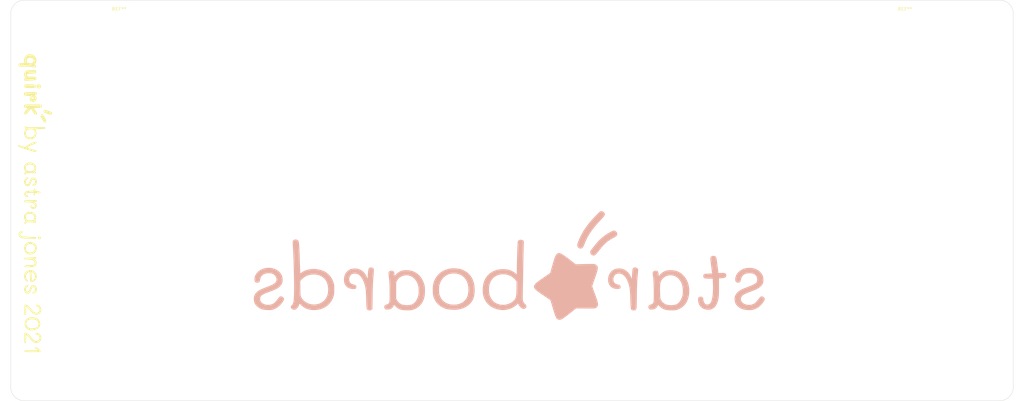
<source format=kicad_pcb>
(kicad_pcb (version 20171130) (host pcbnew 5.1.9-73d0e3b20d~88~ubuntu18.04.1)

  (general
    (thickness 1.6)
    (drawings 8)
    (tracks 0)
    (zones 0)
    (modules 12)
    (nets 1)
  )

  (page A2)
  (layers
    (0 F.Cu signal)
    (31 B.Cu signal)
    (32 B.Adhes user)
    (33 F.Adhes user)
    (34 B.Paste user)
    (35 F.Paste user)
    (36 B.SilkS user)
    (37 F.SilkS user)
    (38 B.Mask user)
    (39 F.Mask user)
    (40 Dwgs.User user)
    (41 Cmts.User user)
    (42 Eco1.User user)
    (43 Eco2.User user)
    (44 Edge.Cuts user)
    (45 Margin user)
    (46 B.CrtYd user)
    (47 F.CrtYd user)
    (48 B.Fab user)
    (49 F.Fab user)
  )

  (setup
    (last_trace_width 0.25)
    (trace_clearance 0.2)
    (zone_clearance 0.508)
    (zone_45_only no)
    (trace_min 0.2)
    (via_size 0.8)
    (via_drill 0.4)
    (via_min_size 0.4)
    (via_min_drill 0.3)
    (uvia_size 0.3)
    (uvia_drill 0.1)
    (uvias_allowed no)
    (uvia_min_size 0.2)
    (uvia_min_drill 0.1)
    (edge_width 0.1)
    (segment_width 0.2)
    (pcb_text_width 0.3)
    (pcb_text_size 1.5 1.5)
    (mod_edge_width 0.15)
    (mod_text_size 1 1)
    (mod_text_width 0.15)
    (pad_size 1.5 1.5)
    (pad_drill 0.6)
    (pad_to_mask_clearance 0)
    (aux_axis_origin 0 0)
    (visible_elements FFFFFF7F)
    (pcbplotparams
      (layerselection 0x010fc_ffffffff)
      (usegerberextensions false)
      (usegerberattributes false)
      (usegerberadvancedattributes false)
      (creategerberjobfile false)
      (excludeedgelayer true)
      (linewidth 0.100000)
      (plotframeref false)
      (viasonmask false)
      (mode 1)
      (useauxorigin false)
      (hpglpennumber 1)
      (hpglpenspeed 20)
      (hpglpendiameter 15.000000)
      (psnegative false)
      (psa4output false)
      (plotreference true)
      (plotvalue true)
      (plotinvisibletext false)
      (padsonsilk false)
      (subtractmaskfromsilk false)
      (outputformat 1)
      (mirror false)
      (drillshape 0)
      (scaleselection 1)
      (outputdirectory "plate_gerber/"))
  )

  (net 0 "")

  (net_class Default "This is the default net class."
    (clearance 0.2)
    (trace_width 0.25)
    (via_dia 0.8)
    (via_drill 0.4)
    (uvia_dia 0.3)
    (uvia_drill 0.1)
  )

  (module silkscreens:sb_back_logo (layer B.Cu) (tedit 0) (tstamp 60421F4C)
    (at 193.675 109.5375 180)
    (fp_text reference G*** (at 0 0) (layer B.SilkS) hide
      (effects (font (size 1.524 1.524) (thickness 0.3)) (justify mirror))
    )
    (fp_text value LOGO (at 0.75 0) (layer B.SilkS) hide
      (effects (font (size 1.524 1.524) (thickness 0.3)) (justify mirror))
    )
    (fp_poly (pts (xy -14.443874 3.608244) (xy -14.397016 3.599142) (xy -14.18392 3.533997) (xy -13.994084 3.428419)
      (xy -13.820105 3.267492) (xy -13.654585 3.036304) (xy -13.490121 2.719939) (xy -13.319314 2.303483)
      (xy -13.134762 1.772022) (xy -12.929065 1.110641) (xy -12.694823 0.304426) (xy -12.605967 -0.010303)
      (xy -11.986984 -2.214816) (xy -11.348659 -2.658361) (xy -11.05551 -2.861263) (xy -10.663341 -3.131571)
      (xy -10.212976 -3.441203) (xy -9.745238 -3.762081) (xy -9.482667 -3.941874) (xy -8.759586 -4.453746)
      (xy -8.184782 -4.899332) (xy -7.752925 -5.2836) (xy -7.45868 -5.611523) (xy -7.296717 -5.88807)
      (xy -7.263371 -6.010669) (xy -7.243352 -6.230581) (xy -7.259288 -6.433843) (xy -7.32294 -6.63228)
      (xy -7.446069 -6.837717) (xy -7.640436 -7.061978) (xy -7.917802 -7.31689) (xy -8.289927 -7.614275)
      (xy -8.768572 -7.965959) (xy -9.365498 -8.383767) (xy -10.092467 -8.879523) (xy -10.166585 -8.92966)
      (xy -12.048922 -10.202333) (xy -12.709851 -12.42315) (xy -12.957238 -13.243171) (xy -13.168401 -13.91525)
      (xy -13.349762 -14.455321) (xy -13.507741 -14.879319) (xy -13.64876 -15.203177) (xy -13.779237 -15.442829)
      (xy -13.905595 -15.61421) (xy -14.034254 -15.733253) (xy -14.047572 -15.742948) (xy -14.443726 -15.926427)
      (xy -14.877814 -15.958902) (xy -15.282333 -15.846942) (xy -15.510893 -15.721519) (xy -15.819576 -15.520983)
      (xy -16.217424 -15.238677) (xy -16.713481 -14.867942) (xy -17.316788 -14.402119) (xy -18.036387 -13.83455)
      (xy -18.295538 -13.628083) (xy -19.573302 -12.607962) (xy -22.296151 -12.632814) (xy -23.052222 -12.639145)
      (xy -23.658393 -12.642266) (xy -24.134079 -12.6413) (xy -24.498698 -12.635371) (xy -24.771665 -12.623602)
      (xy -24.972399 -12.605117) (xy -25.120314 -12.579038) (xy -25.234827 -12.54449) (xy -25.335356 -12.500597)
      (xy -25.346496 -12.495109) (xy -25.700744 -12.235627) (xy -25.916654 -11.879054) (xy -25.992269 -11.428665)
      (xy -25.99235 -11.413204) (xy -25.978524 -11.200012) (xy -25.933324 -10.937054) (xy -25.851633 -10.607656)
      (xy -25.728332 -10.195142) (xy -25.558304 -9.682838) (xy -25.336429 -9.054071) (xy -25.057589 -8.292166)
      (xy -24.924717 -7.935035) (xy -24.737888 -7.427796) (xy -24.573324 -6.967703) (xy -24.439888 -6.58064)
      (xy -24.346446 -6.292492) (xy -24.301859 -6.129145) (xy -24.299333 -6.108741) (xy -24.326944 -5.984619)
      (xy -24.403849 -5.728716) (xy -24.521161 -5.368276) (xy -24.66999 -4.930543) (xy -24.841448 -4.44276)
      (xy -24.857911 -4.396706) (xy -25.1675 -3.523129) (xy -25.418692 -2.791199) (xy -25.615054 -2.184973)
      (xy -25.760151 -1.68851) (xy -25.857551 -1.285867) (xy -25.910819 -0.961101) (xy -25.923521 -0.698272)
      (xy -25.899225 -0.481436) (xy -25.841495 -0.294651) (xy -25.796899 -0.199171) (xy -25.592703 0.045246)
      (xy -25.270535 0.255179) (xy -25.264642 0.258047) (xy -25.152367 0.310734) (xy -25.044184 0.352262)
      (xy -24.920226 0.38347) (xy -24.760627 0.405198) (xy -24.54552 0.418286) (xy -24.255039 0.423573)
      (xy -23.869318 0.421899) (xy -23.36849 0.414104) (xy -22.73269 0.401028) (xy -22.174052 0.388677)
      (xy -19.477441 0.328585) (xy -17.972554 1.488203) (xy -17.24253 2.046657) (xy -16.629209 2.505368)
      (xy -16.118784 2.872487) (xy -15.697448 3.156166) (xy -15.351395 3.364555) (xy -15.066817 3.505807)
      (xy -14.829909 3.588071) (xy -14.626863 3.619499) (xy -14.443874 3.608244)) (layer B.SilkS) (width 0.01))
    (fp_poly (pts (xy -46.496185 -1.426841) (xy -45.960734 -1.521524) (xy -45.878981 -1.544976) (xy -45.401874 -1.741705)
      (xy -44.90967 -2.028177) (xy -44.460351 -2.365363) (xy -44.111894 -2.714234) (xy -44.077728 -2.757491)
      (xy -43.796124 -3.126297) (xy -43.743138 -2.619358) (xy -43.664248 -2.17066) (xy -43.537934 -1.828156)
      (xy -43.375083 -1.617652) (xy -43.303207 -1.576593) (xy -42.942078 -1.515972) (xy -42.565147 -1.576984)
      (xy -42.255163 -1.743193) (xy -42.128226 -1.867184) (xy -42.045758 -2.006401) (xy -42.005511 -2.190167)
      (xy -42.005232 -2.447804) (xy -42.042673 -2.808633) (xy -42.115581 -3.301977) (xy -42.12903 -3.386667)
      (xy -42.16694 -3.705638) (xy -42.20179 -4.153867) (xy -42.233151 -4.70683) (xy -42.260596 -5.340004)
      (xy -42.283696 -6.028869) (xy -42.302024 -6.7489) (xy -42.315152 -7.475575) (xy -42.322651 -8.184371)
      (xy -42.324094 -8.850767) (xy -42.319052 -9.450239) (xy -42.307099 -9.958265) (xy -42.287805 -10.350323)
      (xy -42.260744 -10.601889) (xy -42.255408 -10.628617) (xy -42.115386 -11.027754) (xy -41.892925 -11.29109)
      (xy -41.565855 -11.441069) (xy -41.423503 -11.470782) (xy -41.06471 -11.597766) (xy -40.831056 -11.825457)
      (xy -40.735556 -12.128084) (xy -40.791225 -12.479876) (xy -40.848535 -12.609278) (xy -40.967576 -12.79034)
      (xy -41.122083 -12.895369) (xy -41.357902 -12.943503) (xy -41.674269 -12.954) (xy -42.277665 -12.888235)
      (xy -42.776787 -12.689715) (xy -43.174758 -12.356604) (xy -43.469186 -11.898769) (xy -43.62066 -11.579563)
      (xy -43.97183 -11.957945) (xy -44.480251 -12.422522) (xy -45.050344 -12.770375) (xy -45.508441 -12.961748)
      (xy -45.865522 -13.052444) (xy -46.344168 -13.121694) (xy -46.897771 -13.167816) (xy -47.479721 -13.189129)
      (xy -48.043407 -13.183952) (xy -48.542221 -13.150603) (xy -48.929552 -13.087401) (xy -48.937333 -13.085441)
      (xy -49.607622 -12.871359) (xy -50.195502 -12.579093) (xy -50.673 -12.254072) (xy -51.285257 -11.707611)
      (xy -51.781334 -11.073964) (xy -52.168604 -10.338822) (xy -52.454442 -9.487879) (xy -52.646218 -8.506826)
      (xy -52.661194 -8.395721) (xy -52.715821 -7.493) (xy -50.834683 -7.493) (xy -50.817823 -8.144331)
      (xy -50.755344 -8.686473) (xy -50.634014 -9.176441) (xy -50.440601 -9.671253) (xy -50.229595 -10.100288)
      (xy -49.87039 -10.668319) (xy -49.451204 -11.098665) (xy -48.954528 -11.400422) (xy -48.362854 -11.582687)
      (xy -47.658671 -11.654557) (xy -47.244 -11.651388) (xy -46.770563 -11.620047) (xy -46.349193 -11.567057)
      (xy -46.031866 -11.499403) (xy -45.974 -11.4807) (xy -45.452908 -11.218868) (xy -44.974486 -10.841342)
      (xy -44.593559 -10.394032) (xy -44.50514 -10.250696) (xy -44.414204 -10.083205) (xy -44.346265 -9.931775)
      (xy -44.296551 -9.766835) (xy -44.260291 -9.558811) (xy -44.232713 -9.278129) (xy -44.209045 -8.895218)
      (xy -44.184517 -8.380504) (xy -44.177288 -8.218696) (xy -44.145871 -7.301788) (xy -44.142681 -6.532551)
      (xy -44.171233 -5.891135) (xy -44.235042 -5.35769) (xy -44.337624 -4.912367) (xy -44.482493 -4.535316)
      (xy -44.673165 -4.206687) (xy -44.913156 -3.906631) (xy -44.947557 -3.869332) (xy -45.482109 -3.414129)
      (xy -46.086103 -3.099689) (xy -46.735008 -2.925907) (xy -47.404294 -2.892682) (xy -48.06943 -2.999911)
      (xy -48.705887 -3.247489) (xy -49.289134 -3.635315) (xy -49.559754 -3.888704) (xy -50.055372 -4.500847)
      (xy -50.423199 -5.172644) (xy -50.670447 -5.924487) (xy -50.80433 -6.776767) (xy -50.834683 -7.493)
      (xy -52.715821 -7.493) (xy -52.722962 -7.375007) (xy -52.64659 -6.385511) (xy -52.440424 -5.442608)
      (xy -52.112814 -4.561673) (xy -51.672105 -3.758081) (xy -51.126645 -3.047206) (xy -50.484781 -2.444424)
      (xy -49.754861 -1.965108) (xy -48.993385 -1.640044) (xy -48.427474 -1.501363) (xy -47.785404 -1.418465)
      (xy -47.123024 -1.393056) (xy -46.496185 -1.426841)) (layer B.SilkS) (width 0.01))
    (fp_poly (pts (xy -36.549499 -0.627177) (xy -36.288164 -0.788139) (xy -36.222677 -0.859465) (xy -36.170275 -0.941411)
      (xy -36.127759 -1.055221) (xy -36.091926 -1.222139) (xy -36.059577 -1.463409) (xy -36.027509 -1.800275)
      (xy -35.992523 -2.253981) (xy -35.951418 -2.845769) (xy -35.92983 -3.166383) (xy -35.873624 -4.004434)
      (xy -35.691058 -3.50505) (xy -35.340885 -2.763366) (xy -34.880496 -2.129116) (xy -34.326515 -1.612623)
      (xy -33.695561 -1.224211) (xy -33.004257 -0.974203) (xy -32.269221 -0.872923) (xy -31.537548 -0.925257)
      (xy -30.865644 -1.103644) (xy -30.304492 -1.392259) (xy -29.824648 -1.806361) (xy -29.812849 -1.819094)
      (xy -29.38642 -2.402915) (xy -29.092023 -3.071135) (xy -28.939752 -3.790661) (xy -28.9397 -4.528399)
      (xy -28.953293 -4.637517) (xy -29.066468 -5.178974) (xy -29.251649 -5.619228) (xy -29.537207 -6.020692)
      (xy -29.62882 -6.12363) (xy -30.036922 -6.487279) (xy -30.492676 -6.728504) (xy -31.03054 -6.860782)
      (xy -31.608497 -6.897806) (xy -32.036077 -6.885551) (xy -32.322266 -6.834889) (xy -32.493478 -6.730115)
      (xy -32.576126 -6.555528) (xy -32.596667 -6.310323) (xy -32.53959 -5.989678) (xy -32.359878 -5.774711)
      (xy -32.044808 -5.652275) (xy -31.94266 -5.634476) (xy -31.386067 -5.498472) (xy -30.969396 -5.269613)
      (xy -30.689936 -4.946309) (xy -30.654423 -4.878846) (xy -30.502533 -4.401845) (xy -30.484376 -3.912895)
      (xy -30.587676 -3.444053) (xy -30.800155 -3.027378) (xy -31.10954 -2.694927) (xy -31.503553 -2.478757)
      (xy -31.582736 -2.45461) (xy -32.155809 -2.380434) (xy -32.703943 -2.468993) (xy -33.221137 -2.714748)
      (xy -33.701393 -3.112164) (xy -34.138713 -3.655703) (xy -34.527096 -4.339829) (xy -34.860545 -5.159004)
      (xy -35.003026 -5.611362) (xy -35.103756 -5.986489) (xy -35.187265 -6.36296) (xy -35.255897 -6.763969)
      (xy -35.311994 -7.212713) (xy -35.357898 -7.732385) (xy -35.39595 -8.346181) (xy -35.428494 -9.077296)
      (xy -35.457872 -9.948925) (xy -35.464782 -10.184035) (xy -35.488988 -10.977912) (xy -35.51508 -11.618874)
      (xy -35.548754 -12.123297) (xy -35.595705 -12.507554) (xy -35.661632 -12.788022) (xy -35.752229 -12.981075)
      (xy -35.873195 -13.10309) (xy -36.030225 -13.17044) (xy -36.229016 -13.199502) (xy -36.475264 -13.20665)
      (xy -36.516349 -13.206844) (xy -36.833827 -13.150323) (xy -37.038733 -13.006964) (xy -37.209105 -12.735857)
      (xy -37.286747 -12.435464) (xy -37.297953 -12.270534) (xy -37.310048 -11.956744) (xy -37.32258 -11.514561)
      (xy -37.335096 -10.964454) (xy -37.347146 -10.326889) (xy -37.358276 -9.622335) (xy -37.368034 -8.871259)
      (xy -37.370669 -8.636) (xy -37.385341 -7.542735) (xy -37.404804 -6.591379) (xy -37.430151 -5.754549)
      (xy -37.462477 -5.00486) (xy -37.502876 -4.314928) (xy -37.552442 -3.65737) (xy -37.583784 -3.302)
      (xy -37.634781 -2.74423) (xy -37.680047 -2.23705) (xy -37.717317 -1.806838) (xy -37.744325 -1.47997)
      (xy -37.758808 -1.282825) (xy -37.760644 -1.24232) (xy -37.704233 -1.087111) (xy -37.56306 -0.892476)
      (xy -37.513846 -0.840154) (xy -37.222727 -0.650108) (xy -36.882909 -0.578337) (xy -36.549499 -0.627177)) (layer B.SilkS) (width 0.01))
    (fp_poly (pts (xy 30.889149 -1.426841) (xy 31.424599 -1.521524) (xy 31.506353 -1.544976) (xy 31.947037 -1.723824)
      (xy 32.402896 -1.98065) (xy 32.821662 -2.280455) (xy 33.151067 -2.588237) (xy 33.251957 -2.713946)
      (xy 33.429793 -2.944849) (xy 33.540645 -3.028843) (xy 33.597847 -2.968095) (xy 33.614686 -2.772833)
      (xy 33.652862 -2.362926) (xy 33.750862 -2.000932) (xy 33.89308 -1.737099) (xy 33.956534 -1.672167)
      (xy 34.240158 -1.541734) (xy 34.584262 -1.525468) (xy 34.928121 -1.619281) (xy 35.140463 -1.751853)
      (xy 35.227936 -1.823077) (xy 35.29477 -1.88597) (xy 35.34134 -1.96154) (xy 35.36802 -2.070794)
      (xy 35.375185 -2.234739) (xy 35.363209 -2.474383) (xy 35.332467 -2.810731) (xy 35.283332 -3.264793)
      (xy 35.21618 -3.857575) (xy 35.183178 -4.148667) (xy 35.149149 -4.534337) (xy 35.119861 -5.031771)
      (xy 35.095487 -5.616213) (xy 35.076201 -6.262907) (xy 35.062174 -6.947099) (xy 35.05358 -7.644032)
      (xy 35.050592 -8.328953) (xy 35.053382 -8.977105) (xy 35.062124 -9.563733) (xy 35.076991 -10.064082)
      (xy 35.098155 -10.453397) (xy 35.125789 -10.706923) (xy 35.13701 -10.758954) (xy 35.31398 -11.120334)
      (xy 35.609386 -11.360994) (xy 35.954626 -11.469565) (xy 36.314679 -11.594776) (xy 36.543638 -11.821587)
      (xy 36.631333 -12.133274) (xy 36.575347 -12.490312) (xy 36.461635 -12.729357) (xy 36.289111 -12.872471)
      (xy 36.019785 -12.940077) (xy 35.713733 -12.953528) (xy 35.131825 -12.905031) (xy 34.669904 -12.752571)
      (xy 34.305449 -12.483646) (xy 34.015941 -12.085756) (xy 33.960367 -11.980266) (xy 33.761264 -11.581599)
      (xy 33.385714 -11.973519) (xy 32.966213 -12.370711) (xy 32.545948 -12.672907) (xy 32.092405 -12.89214)
      (xy 31.573066 -13.040442) (xy 30.955416 -13.129847) (xy 30.206939 -13.172386) (xy 30.141333 -13.174103)
      (xy 29.498944 -13.180417) (xy 29.000581 -13.163334) (xy 28.622388 -13.121606) (xy 28.448 -13.085441)
      (xy 27.603294 -12.78823) (xy 26.842049 -12.354128) (xy 26.180559 -11.79648) (xy 25.635119 -11.128635)
      (xy 25.276515 -10.487799) (xy 25.024632 -9.863163) (xy 24.851312 -9.242196) (xy 24.747041 -8.575576)
      (xy 24.702308 -7.813982) (xy 24.699386 -7.535333) (xy 26.548624 -7.535333) (xy 26.554341 -8.01086)
      (xy 26.573082 -8.368477) (xy 26.611863 -8.6595) (xy 26.677696 -8.935248) (xy 26.777596 -9.247035)
      (xy 26.785861 -9.271) (xy 27.098274 -10.0183) (xy 27.469804 -10.61419) (xy 27.909445 -11.069004)
      (xy 28.426193 -11.393076) (xy 28.741334 -11.517636) (xy 29.176975 -11.612728) (xy 29.70965 -11.658337)
      (xy 30.279801 -11.655669) (xy 30.827868 -11.60593) (xy 31.29429 -11.510326) (xy 31.435532 -11.463074)
      (xy 32.039502 -11.149993) (xy 32.530318 -10.726941) (xy 32.889426 -10.209942) (xy 32.891496 -10.205904)
      (xy 33.147 -9.706306) (xy 33.147 -7.371986) (xy 33.146368 -6.678036) (xy 33.14349 -6.131425)
      (xy 33.136891 -5.710158) (xy 33.125099 -5.392242) (xy 33.106639 -5.155684) (xy 33.080037 -4.978492)
      (xy 33.04382 -4.83867) (xy 32.996513 -4.714226) (xy 32.964044 -4.641793) (xy 32.607851 -4.061997)
      (xy 32.13808 -3.589512) (xy 31.578508 -3.23262) (xy 30.952917 -2.999604) (xy 30.285083 -2.898744)
      (xy 29.598787 -2.938325) (xy 28.917806 -3.126626) (xy 28.78036 -3.184644) (xy 28.340103 -3.447599)
      (xy 27.893351 -3.827497) (xy 27.483905 -4.279593) (xy 27.155565 -4.759138) (xy 27.059583 -4.94261)
      (xy 26.833647 -5.478722) (xy 26.68059 -5.998285) (xy 26.590044 -6.553904) (xy 26.551643 -7.198186)
      (xy 26.548624 -7.535333) (xy 24.699386 -7.535333) (xy 24.698942 -7.493) (xy 24.705161 -6.938843)
      (xy 24.72693 -6.505776) (xy 24.768916 -6.145905) (xy 24.835785 -5.811337) (xy 24.879449 -5.640649)
      (xy 25.212931 -4.682586) (xy 25.66313 -3.825668) (xy 26.220637 -3.08061) (xy 26.876048 -2.458125)
      (xy 27.619955 -1.968927) (xy 28.391949 -1.640044) (xy 28.957859 -1.501363) (xy 29.599929 -1.418465)
      (xy 30.262309 -1.393056) (xy 30.889149 -1.426841)) (layer B.SilkS) (width 0.01))
    (fp_poly (pts (xy 40.958484 -0.681008) (xy 41.060651 -0.742803) (xy 41.146382 -0.846378) (xy 41.218292 -1.017822)
      (xy 41.279497 -1.275784) (xy 41.333113 -1.638916) (xy 41.382256 -2.125866) (xy 41.430044 -2.755286)
      (xy 41.451387 -3.081278) (xy 41.504285 -3.918889) (xy 41.740645 -3.35865) (xy 42.140487 -2.59149)
      (xy 42.631889 -1.964501) (xy 43.21131 -1.480159) (xy 43.875206 -1.140939) (xy 44.620035 -0.949315)
      (xy 45.254333 -0.903903) (xy 45.944128 -0.951818) (xy 46.526867 -1.102462) (xy 47.038626 -1.36808)
      (xy 47.363625 -1.619863) (xy 47.843117 -2.142948) (xy 48.179446 -2.745778) (xy 48.376338 -3.43722)
      (xy 48.437607 -4.174645) (xy 48.396398 -4.81243) (xy 48.25919 -5.34221) (xy 48.01246 -5.803875)
      (xy 47.790858 -6.081982) (xy 47.369988 -6.462664) (xy 46.887828 -6.722271) (xy 46.312686 -6.87446)
      (xy 45.835921 -6.924496) (xy 45.485477 -6.93928) (xy 45.259477 -6.931233) (xy 45.113757 -6.893176)
      (xy 45.004151 -6.817929) (xy 44.968088 -6.783421) (xy 44.825499 -6.533914) (xy 44.794332 -6.229978)
      (xy 44.877112 -5.946115) (xy 44.936833 -5.861424) (xy 45.124364 -5.737871) (xy 45.432989 -5.632654)
      (xy 45.593 -5.597487) (xy 46.110452 -5.446906) (xy 46.487461 -5.208975) (xy 46.735234 -4.871679)
      (xy 46.864979 -4.423005) (xy 46.886246 -4.211255) (xy 46.89138 -3.870633) (xy 46.845807 -3.604729)
      (xy 46.730347 -3.321889) (xy 46.678533 -3.21871) (xy 46.442351 -2.843571) (xy 46.169139 -2.598935)
      (xy 45.821267 -2.46358) (xy 45.361103 -2.416283) (xy 45.254333 -2.415514) (xy 44.835566 -2.438621)
      (xy 44.517236 -2.512258) (xy 44.323 -2.59884) (xy 43.83566 -2.947753) (xy 43.385013 -3.447632)
      (xy 42.982555 -4.081995) (xy 42.639781 -4.834359) (xy 42.511621 -5.19611) (xy 42.38444 -5.59798)
      (xy 42.279606 -5.96537) (xy 42.194304 -6.321773) (xy 42.125716 -6.690679) (xy 42.071029 -7.095577)
      (xy 42.027425 -7.55996) (xy 41.99209 -8.107318) (xy 41.962207 -8.761141) (xy 41.934962 -9.54492)
      (xy 41.916621 -10.16) (xy 41.888139 -11.022954) (xy 41.856904 -11.716865) (xy 41.822901 -12.241999)
      (xy 41.786111 -12.598625) (xy 41.746516 -12.78701) (xy 41.742453 -12.796497) (xy 41.546938 -13.030336)
      (xy 41.25452 -13.172014) (xy 40.91481 -13.214264) (xy 40.577418 -13.149821) (xy 40.327221 -13.003765)
      (xy 40.089667 -12.799531) (xy 40.037844 -9.130265) (xy 40.018922 -7.987501) (xy 39.995946 -6.986741)
      (xy 39.967786 -6.100684) (xy 39.933309 -5.302027) (xy 39.891387 -4.563466) (xy 39.840887 -3.8577)
      (xy 39.798705 -3.355923) (xy 39.73707 -2.641772) (xy 39.694714 -2.076634) (xy 39.673207 -1.641116)
      (xy 39.674121 -1.315826) (xy 39.699025 -1.081373) (xy 39.74949 -0.918364) (xy 39.827085 -0.807407)
      (xy 39.933382 -0.729109) (xy 40.014706 -0.688316) (xy 40.325523 -0.606102) (xy 40.664609 -0.604942)
      (xy 40.958484 -0.681008)) (layer B.SilkS) (width 0.01))
    (fp_poly (pts (xy -69.386434 -0.797989) (xy -68.59958 -0.996535) (xy -67.899894 -1.331176) (xy -67.274502 -1.806865)
      (xy -67.140543 -1.936016) (xy -66.692841 -2.463364) (xy -66.393261 -3.008718) (xy -66.221704 -3.609468)
      (xy -66.212788 -3.661777) (xy -66.173646 -4.188749) (xy -66.244933 -4.596135) (xy -66.423933 -4.879573)
      (xy -66.707927 -5.034699) (xy -67.082599 -5.058311) (xy -67.394506 -5.003919) (xy -67.597107 -4.890038)
      (xy -67.723424 -4.681772) (xy -67.80648 -4.344226) (xy -67.816913 -4.282344) (xy -67.988413 -3.64198)
      (xy -68.274393 -3.126066) (xy -68.675158 -2.734381) (xy -69.191014 -2.466708) (xy -69.822266 -2.322826)
      (xy -70.569219 -2.302518) (xy -70.575003 -2.302818) (xy -71.180625 -2.37596) (xy -71.657997 -2.532545)
      (xy -72.03264 -2.785104) (xy -72.330075 -3.146172) (xy -72.346911 -3.172997) (xy -72.493893 -3.439786)
      (xy -72.571223 -3.682369) (xy -72.599478 -3.979554) (xy -72.601667 -4.148618) (xy -72.590923 -4.481146)
      (xy -72.547327 -4.709671) (xy -72.453834 -4.898783) (xy -72.374267 -5.010318) (xy -72.190625 -5.197687)
      (xy -71.912842 -5.394064) (xy -71.526707 -5.606647) (xy -71.018009 -5.842633) (xy -70.372536 -6.109221)
      (xy -69.680667 -6.374634) (xy -68.968417 -6.648431) (xy -68.392931 -6.888807) (xy -67.928302 -7.109367)
      (xy -67.548621 -7.323717) (xy -67.22798 -7.545463) (xy -66.940472 -7.788209) (xy -66.87888 -7.845986)
      (xy -66.419262 -8.387338) (xy -66.120704 -8.979293) (xy -65.984362 -9.618241) (xy -66.011394 -10.300572)
      (xy -66.040804 -10.463084) (xy -66.188059 -10.997599) (xy -66.403054 -11.43205) (xy -66.721255 -11.832602)
      (xy -66.839876 -11.953815) (xy -67.354101 -12.377677) (xy -67.945266 -12.699321) (xy -68.652835 -12.939843)
      (xy -68.714234 -12.95585) (xy -69.311406 -13.063538) (xy -69.986513 -13.112446) (xy -70.669581 -13.101737)
      (xy -71.290638 -13.030577) (xy -71.489648 -12.989013) (xy -72.196093 -12.747065) (xy -72.860808 -12.367698)
      (xy -73.507331 -11.836797) (xy -73.66002 -11.687665) (xy -74.018883 -11.293175) (xy -74.33717 -10.880102)
      (xy -74.594449 -10.480599) (xy -74.770291 -10.12682) (xy -74.844265 -9.850919) (xy -74.845333 -9.822182)
      (xy -74.77262 -9.59903) (xy -74.587512 -9.370157) (xy -74.339559 -9.179315) (xy -74.078314 -9.070256)
      (xy -73.981409 -9.059333) (xy -73.813294 -9.080723) (xy -73.647637 -9.157685) (xy -73.462987 -9.30941)
      (xy -73.237891 -9.55509) (xy -72.950898 -9.913915) (xy -72.789974 -10.125189) (xy -72.330888 -10.673737)
      (xy -71.881736 -11.075699) (xy -71.413694 -11.34933) (xy -70.897936 -11.512883) (xy -70.507959 -11.570285)
      (xy -69.889611 -11.570326) (xy -69.31351 -11.461442) (xy -68.801311 -11.257244) (xy -68.374671 -10.971341)
      (xy -68.055246 -10.617344) (xy -67.864695 -10.208863) (xy -67.819393 -9.880629) (xy -67.874775 -9.498866)
      (xy -68.057059 -9.149706) (xy -68.384019 -8.797943) (xy -68.536414 -8.674501) (xy -68.726626 -8.550217)
      (xy -68.973261 -8.416592) (xy -69.294926 -8.265122) (xy -69.710227 -8.087307) (xy -70.237771 -7.874644)
      (xy -70.896165 -7.618632) (xy -71.318153 -7.457275) (xy -72.174432 -7.103959) (xy -72.873789 -6.750568)
      (xy -73.428185 -6.384631) (xy -73.849577 -5.993677) (xy -74.149922 -5.565234) (xy -74.341181 -5.086832)
      (xy -74.435311 -4.545999) (xy -74.450135 -4.191) (xy -74.372155 -3.457228) (xy -74.139519 -2.785976)
      (xy -73.758525 -2.187161) (xy -73.235474 -1.670702) (xy -72.581649 -1.2491) (xy -72.018428 -0.994266)
      (xy -71.467015 -0.832124) (xy -70.866959 -0.749096) (xy -70.273333 -0.730583) (xy -69.386434 -0.797989)) (layer B.SilkS) (width 0.01))
    (fp_poly (pts (xy -2.871514 7.42027) (xy -2.715672 7.300698) (xy -2.608919 7.181775) (xy -2.5368 7.053874)
      (xy -2.489126 6.877905) (xy -2.45571 6.614774) (xy -2.426366 6.225392) (xy -2.423319 6.178864)
      (xy -2.400497 5.767807) (xy -2.375695 5.216383) (xy -2.34976 4.553533) (xy -2.32354 3.808201)
      (xy -2.297882 3.00933) (xy -2.273633 2.18586) (xy -2.251642 1.366736) (xy -2.232757 0.580899)
      (xy -2.217824 -0.142709) (xy -2.207692 -0.775144) (xy -2.203208 -1.287465) (xy -2.203088 -1.340695)
      (xy -2.201333 -2.639058) (xy -1.808132 -2.292948) (xy -1.291893 -1.916289) (xy -0.667871 -1.584311)
      (xy 0.003051 -1.326681) (xy 0.385893 -1.223854) (xy 1.027385 -1.128451) (xy 1.755443 -1.09773)
      (xy 2.510865 -1.128826) (xy 3.234449 -1.218874) (xy 3.866993 -1.36501) (xy 3.966822 -1.397121)
      (xy 4.880359 -1.787874) (xy 5.675877 -2.298151) (xy 6.349936 -2.922793) (xy 6.899095 -3.656643)
      (xy 7.319916 -4.494542) (xy 7.608957 -5.431334) (xy 7.762779 -6.46186) (xy 7.78874 -7.127631)
      (xy 7.758707 -7.965933) (xy 7.661447 -8.690259) (xy 7.487853 -9.345682) (xy 7.228819 -9.977271)
      (xy 7.201735 -10.033) (xy 6.717804 -10.831447) (xy 6.109301 -11.519099) (xy 5.38416 -12.09059)
      (xy 4.550315 -12.540555) (xy 3.615703 -12.863628) (xy 2.766707 -13.031902) (xy 2.229688 -13.093503)
      (xy 1.776729 -13.110056) (xy 1.328907 -13.079903) (xy 0.807295 -13.001383) (xy 0.739574 -12.989279)
      (xy 0.328313 -12.897108) (xy -0.104388 -12.772299) (xy -0.445759 -12.649312) (xy -0.871876 -12.445791)
      (xy -1.314819 -12.192102) (xy -1.731655 -11.916687) (xy -2.079453 -11.647987) (xy -2.31528 -11.414443)
      (xy -2.321341 -11.406792) (xy -2.530384 -11.139685) (xy -2.611436 -11.348342) (xy -2.789588 -11.680026)
      (xy -3.060264 -12.040858) (xy -3.373261 -12.36887) (xy -3.569011 -12.530359) (xy -3.952561 -12.734209)
      (xy -4.309906 -12.772592) (xy -4.637636 -12.645283) (xy -4.693905 -12.604214) (xy -4.948183 -12.323701)
      (xy -5.037963 -12.02133) (xy -4.964285 -11.710905) (xy -4.728187 -11.40623) (xy -4.595341 -11.294254)
      (xy -4.375424 -11.073082) (xy -4.175391 -10.786223) (xy -4.118671 -10.677183) (xy -4.054091 -10.523263)
      (xy -4.007627 -10.366055) (xy -3.976752 -10.175891) (xy -3.958937 -9.923101) (xy -3.951654 -9.578017)
      (xy -3.952376 -9.11097) (xy -3.955566 -8.763) (xy -3.962555 -8.177082) (xy -3.972497 -7.453062)
      (xy -3.985012 -6.612221) (xy -3.999719 -5.675842) (xy -4.015922 -4.684456) (xy -2.116667 -4.684456)
      (xy -2.114053 -6.427394) (xy -2.107379 -7.278666) (xy -2.086808 -7.98158) (xy -2.047323 -8.556881)
      (xy -1.983906 -9.025314) (xy -1.891539 -9.40762) (xy -1.765205 -9.724545) (xy -1.599885 -9.996832)
      (xy -1.390563 -10.245225) (xy -1.13222 -10.490467) (xy -1.130967 -10.49157) (xy -0.469653 -10.963985)
      (xy 0.279779 -11.306621) (xy 1.088692 -11.512343) (xy 1.928451 -11.574019) (xy 2.770419 -11.484516)
      (xy 2.816843 -11.474934) (xy 3.589644 -11.229269) (xy 4.272951 -10.844064) (xy 4.856442 -10.329464)
      (xy 5.329793 -9.695616) (xy 5.682679 -8.952664) (xy 5.81455 -8.528867) (xy 5.899804 -8.050418)
      (xy 5.943397 -7.470254) (xy 5.94546 -6.850755) (xy 5.906124 -6.254302) (xy 5.825518 -5.743274)
      (xy 5.808561 -5.672667) (xy 5.523407 -4.864168) (xy 5.112888 -4.1662) (xy 4.585018 -3.585925)
      (xy 3.94781 -3.130505) (xy 3.209277 -2.807105) (xy 2.399963 -2.625826) (xy 1.54832 -2.592588)
      (xy 0.712296 -2.712389) (xy -0.083327 -2.975416) (xy -0.813768 -3.371859) (xy -1.454243 -3.891903)
      (xy -1.812074 -4.293497) (xy -2.116667 -4.684456) (xy -4.015922 -4.684456) (xy -4.016237 -4.665208)
      (xy -4.034186 -3.601599) (xy -4.053185 -2.506298) (xy -4.072853 -1.400588) (xy -4.09281 -0.30575)
      (xy -4.112674 0.756932) (xy -4.132067 1.766178) (xy -4.150606 2.700705) (xy -4.167912 3.539231)
      (xy -4.183603 4.260474) (xy -4.197299 4.843151) (xy -4.20265 5.052234) (xy -4.259129 7.183468)
      (xy -3.971065 7.359084) (xy -3.592519 7.512527) (xy -3.211293 7.532238) (xy -2.871514 7.42027)) (layer B.SilkS) (width 0.01))
    (fp_poly (pts (xy 62.907386 7.557637) (xy 63.077555 7.479007) (xy 63.246843 7.359595) (xy 63.361102 7.216278)
      (xy 63.427021 7.018728) (xy 63.451287 6.736615) (xy 63.440585 6.339609) (xy 63.414006 5.952992)
      (xy 63.356023 5.105229) (xy 63.300764 4.091216) (xy 63.248343 2.91402) (xy 63.198876 1.576702)
      (xy 63.15248 0.082329) (xy 63.109269 -1.566036) (xy 63.077709 -2.963333) (xy 63.050381 -4.512957)
      (xy 63.037284 -5.903271) (xy 63.038386 -7.133012) (xy 63.053651 -8.200917) (xy 63.083046 -9.105723)
      (xy 63.126536 -9.846165) (xy 63.184087 -10.420981) (xy 63.255664 -10.828908) (xy 63.294738 -10.964333)
      (xy 63.463312 -11.383265) (xy 63.628079 -11.653849) (xy 63.802121 -11.796226) (xy 63.846241 -11.813404)
      (xy 63.971192 -11.918137) (xy 64.008 -12.136533) (xy 63.932861 -12.480722) (xy 63.731504 -12.756917)
      (xy 63.440013 -12.945403) (xy 63.094475 -13.026462) (xy 62.730976 -12.980378) (xy 62.579266 -12.917148)
      (xy 62.248843 -12.674495) (xy 61.937714 -12.320397) (xy 61.690035 -11.910904) (xy 61.590146 -11.661595)
      (xy 61.445239 -11.201896) (xy 60.915437 -11.731698) (xy 60.273293 -12.256464) (xy 59.525659 -12.661099)
      (xy 58.690906 -12.94094) (xy 57.787403 -13.091324) (xy 56.833521 -13.107588) (xy 55.922333 -12.999187)
      (xy 54.941778 -12.740141) (xy 54.057469 -12.344406) (xy 53.276607 -11.818549) (xy 52.606394 -11.169137)
      (xy 52.054029 -10.402738) (xy 51.626715 -9.525918) (xy 51.416709 -8.89) (xy 51.350409 -8.595786)
      (xy 51.305292 -8.256583) (xy 51.278423 -7.836159) (xy 51.26687 -7.298286) (xy 51.266034 -7.069667)
      (xy 53.058095 -7.069667) (xy 53.109761 -7.960948) (xy 53.276817 -8.739963) (xy 53.56547 -9.423876)
      (xy 53.981928 -10.029853) (xy 54.223478 -10.292522) (xy 54.846138 -10.798515) (xy 55.556668 -11.170131)
      (xy 56.331956 -11.400884) (xy 57.148889 -11.484291) (xy 57.984355 -11.413867) (xy 58.123667 -11.386742)
      (xy 58.87258 -11.158976) (xy 59.558119 -10.813786) (xy 60.15447 -10.369927) (xy 60.635821 -9.846156)
      (xy 60.941232 -9.339492) (xy 61.012054 -9.184539) (xy 61.066944 -9.04336) (xy 61.108272 -8.89193)
      (xy 61.138408 -8.706227) (xy 61.159723 -8.462225) (xy 61.174586 -8.135901) (xy 61.185369 -7.703231)
      (xy 61.194441 -7.14019) (xy 61.200259 -6.714145) (xy 61.228851 -4.580623) (xy 60.819259 -4.139555)
      (xy 60.205085 -3.587857) (xy 59.501663 -3.145054) (xy 58.804516 -2.856483) (xy 58.222717 -2.728473)
      (xy 57.561646 -2.669219) (xy 56.882534 -2.678413) (xy 56.246612 -2.75575) (xy 55.795333 -2.871517)
      (xy 55.023079 -3.215794) (xy 54.377497 -3.672167) (xy 53.859262 -4.239599) (xy 53.469049 -4.917056)
      (xy 53.207534 -5.703501) (xy 53.075392 -6.597899) (xy 53.058095 -7.069667) (xy 51.266034 -7.069667)
      (xy 51.265879 -7.027333) (xy 51.269128 -6.494488) (xy 51.281458 -6.090618) (xy 51.306983 -5.775439)
      (xy 51.349818 -5.508666) (xy 51.414079 -5.250014) (xy 51.464577 -5.082135) (xy 51.835978 -4.137678)
      (xy 52.318542 -3.319937) (xy 52.913561 -2.627884) (xy 53.622331 -2.060487) (xy 54.446145 -1.616716)
      (xy 55.386298 -1.29554) (xy 56.444082 -1.095929) (xy 56.475497 -1.092069) (xy 57.327439 -1.044496)
      (xy 58.181897 -1.100202) (xy 59.007289 -1.251346) (xy 59.772031 -1.490088) (xy 60.444541 -1.808588)
      (xy 60.993235 -2.199005) (xy 61.015589 -2.219121) (xy 61.198179 -2.385321) (xy 61.244009 -1.76416)
      (xy 61.257045 -1.535207) (xy 61.273698 -1.160859) (xy 61.293108 -0.664995) (xy 61.314415 -0.071494)
      (xy 61.336757 0.595764) (xy 61.359276 1.312901) (xy 61.379223 1.989667) (xy 61.414815 3.136372)
      (xy 61.451794 4.122281) (xy 61.490752 4.955929) (xy 61.532277 5.645852) (xy 61.576961 6.200585)
      (xy 61.625394 6.628664) (xy 61.678165 6.938623) (xy 61.73512 7.13716) (xy 61.921583 7.392226)
      (xy 62.210371 7.555287) (xy 62.5546 7.614404) (xy 62.907386 7.557637)) (layer B.SilkS) (width 0.01))
    (fp_poly (pts (xy 71.176872 -0.756473) (xy 72.051098 -0.951584) (xy 72.812454 -1.266574) (xy 73.456608 -1.69856)
      (xy 73.979227 -2.244663) (xy 74.363442 -2.875415) (xy 74.514679 -3.229338) (xy 74.595442 -3.539747)
      (xy 74.62617 -3.896821) (xy 74.628864 -4.046509) (xy 74.626634 -4.373496) (xy 74.604111 -4.580939)
      (xy 74.546853 -4.718526) (xy 74.440422 -4.835944) (xy 74.385321 -4.884542) (xy 74.20068 -5.017058)
      (xy 74.011735 -5.068775) (xy 73.739992 -5.060393) (xy 73.724171 -5.058898) (xy 73.464212 -5.018535)
      (xy 73.272645 -4.961079) (xy 73.223093 -4.93096) (xy 73.160779 -4.806404) (xy 73.08583 -4.569172)
      (xy 73.021887 -4.303928) (xy 72.924523 -3.878661) (xy 72.829212 -3.572458) (xy 72.716022 -3.33648)
      (xy 72.565021 -3.121889) (xy 72.5143 -3.060231) (xy 72.105479 -2.70364) (xy 71.576144 -2.454434)
      (xy 70.941941 -2.319332) (xy 70.750955 -2.30306) (xy 70.12942 -2.295637) (xy 69.630712 -2.362871)
      (xy 69.221387 -2.514196) (xy 68.868003 -2.759051) (xy 68.753166 -2.86677) (xy 68.41611 -3.297679)
      (xy 68.222549 -3.757897) (xy 68.175187 -4.222372) (xy 68.276722 -4.666051) (xy 68.517763 -5.050277)
      (xy 68.695639 -5.222752) (xy 68.932469 -5.393981) (xy 69.247594 -5.573754) (xy 69.660356 -5.771858)
      (xy 70.190094 -5.998082) (xy 70.85615 -6.262215) (xy 71.089814 -6.35198) (xy 71.801672 -6.629021)
      (xy 72.376041 -6.866146) (xy 72.836489 -7.075733) (xy 73.206584 -7.27016) (xy 73.509892 -7.461804)
      (xy 73.769981 -7.663042) (xy 74.009614 -7.885447) (xy 74.420063 -8.364798) (xy 74.681323 -8.851495)
      (xy 74.809478 -9.388181) (xy 74.820611 -10.017497) (xy 74.819644 -10.033) (xy 74.78238 -10.39986)
      (xy 74.724189 -10.739957) (xy 74.656868 -10.986156) (xy 74.648536 -11.006667) (xy 74.307604 -11.587712)
      (xy 73.822926 -12.099057) (xy 73.210526 -12.527109) (xy 72.486426 -12.858275) (xy 72.451195 -12.870778)
      (xy 72.034581 -12.97689) (xy 71.508814 -13.052367) (xy 70.927313 -13.095079) (xy 70.343498 -13.102896)
      (xy 69.810787 -13.073689) (xy 69.3826 -13.005329) (xy 69.342 -12.99473) (xy 68.5131 -12.687832)
      (xy 67.777808 -12.24488) (xy 67.241182 -11.783313) (xy 66.895428 -11.408975) (xy 66.567501 -10.995303)
      (xy 66.286853 -10.584248) (xy 66.082936 -10.217762) (xy 66.005395 -10.023016) (xy 66.0016 -9.745525)
      (xy 66.132719 -9.477144) (xy 66.366106 -9.251417) (xy 66.669113 -9.101885) (xy 66.943052 -9.05965)
      (xy 67.132746 -9.089216) (xy 67.300044 -9.201211) (xy 67.488619 -9.419167) (xy 67.930571 -9.983462)
      (xy 68.296804 -10.426228) (xy 68.607817 -10.765277) (xy 68.884111 -11.018419) (xy 69.146188 -11.203465)
      (xy 69.414546 -11.338226) (xy 69.709687 -11.440513) (xy 69.863423 -11.482419) (xy 70.483589 -11.576086)
      (xy 71.097046 -11.549387) (xy 71.673843 -11.412312) (xy 72.184028 -11.174854) (xy 72.59765 -10.847004)
      (xy 72.863225 -10.481704) (xy 72.954977 -10.175897) (xy 72.977047 -9.798777) (xy 72.929769 -9.433217)
      (xy 72.858215 -9.233595) (xy 72.734605 -9.033676) (xy 72.570861 -8.851522) (xy 72.348271 -8.676651)
      (xy 72.04812 -8.498584) (xy 71.651693 -8.306839) (xy 71.140278 -8.090935) (xy 70.495161 -7.840392)
      (xy 70.120332 -7.700233) (xy 69.378358 -7.418198) (xy 68.776056 -7.171312) (xy 68.290522 -6.947363)
      (xy 67.898851 -6.734139) (xy 67.578142 -6.519427) (xy 67.305489 -6.291015) (xy 67.112202 -6.096303)
      (xy 66.75896 -5.655317) (xy 66.530858 -5.211073) (xy 66.411983 -4.717088) (xy 66.386429 -4.126877)
      (xy 66.391268 -3.989864) (xy 66.502662 -3.298886) (xy 66.760597 -2.666455) (xy 67.149169 -2.103317)
      (xy 67.652472 -1.620219) (xy 68.2546 -1.227906) (xy 68.939649 -0.937126) (xy 69.691713 -0.758624)
      (xy 70.494887 -0.703146) (xy 71.176872 -0.756473)) (layer B.SilkS) (width 0.01))
    (fp_poly (pts (xy -59.454145 2.760807) (xy -59.142107 2.609844) (xy -58.924546 2.364214) (xy -58.900358 2.256982)
      (xy -58.896979 2.053303) (xy -58.915529 1.73839) (xy -58.957131 1.297454) (xy -59.022907 0.715706)
      (xy -59.092798 0.146056) (xy -59.166421 -0.436563) (xy -59.235069 -0.973443) (xy -59.29533 -1.438401)
      (xy -59.343792 -1.805255) (xy -59.377044 -2.047823) (xy -59.389125 -2.127842) (xy -59.42777 -2.350684)
      (xy -58.293547 -2.411433) (xy -57.862813 -2.441009) (xy -57.486216 -2.478987) (xy -57.199746 -2.520869)
      (xy -57.039391 -2.562157) (xy -57.025729 -2.569868) (xy -56.907377 -2.743696) (xy -56.84251 -3.011845)
      (xy -56.841778 -3.304807) (xy -56.885125 -3.487407) (xy -56.983787 -3.640048) (xy -57.15948 -3.751957)
      (xy -57.433018 -3.828068) (xy -57.825215 -3.873314) (xy -58.356888 -3.892627) (xy -58.601487 -3.894194)
      (xy -59.587307 -3.894667) (xy -59.649668 -5.308413) (xy -59.677736 -6.41174) (xy -59.662832 -7.439127)
      (xy -59.606597 -8.374098) (xy -59.51067 -9.200176) (xy -59.376694 -9.900887) (xy -59.206307 -10.459753)
      (xy -59.116378 -10.664217) (xy -58.874539 -11.064232) (xy -58.608825 -11.31716) (xy -58.288271 -11.445095)
      (xy -57.983952 -11.472333) (xy -57.709401 -11.457443) (xy -57.522424 -11.389368) (xy -57.34223 -11.233002)
      (xy -57.280002 -11.166451) (xy -57.052563 -10.819035) (xy -56.890352 -10.37076) (xy -56.814394 -9.884233)
      (xy -56.811333 -9.770984) (xy -56.752938 -9.569028) (xy -56.610607 -9.359579) (xy -56.59323 -9.341532)
      (xy -56.430538 -9.206076) (xy -56.260924 -9.154385) (xy -56.00843 -9.164826) (xy -55.982737 -9.167657)
      (xy -55.669818 -9.231375) (xy -55.46216 -9.3566) (xy -55.343717 -9.569857) (xy -55.298441 -9.897668)
      (xy -55.30554 -10.286956) (xy -55.420936 -10.991211) (xy -55.676724 -11.611684) (xy -56.059573 -12.134972)
      (xy -56.556154 -12.547671) (xy -57.153136 -12.836381) (xy -57.83719 -12.987697) (xy -58.005609 -13.001667)
      (xy -58.441486 -13.004596) (xy -58.836521 -12.967121) (xy -59.016853 -12.928796) (xy -59.580363 -12.702627)
      (xy -60.059425 -12.362614) (xy -60.461475 -11.898597) (xy -60.793947 -11.300418) (xy -61.064279 -10.557918)
      (xy -61.229468 -9.906) (xy -61.284762 -9.639622) (xy -61.328448 -9.391299) (xy -61.361896 -9.136481)
      (xy -61.386473 -8.850613) (xy -61.403547 -8.509143) (xy -61.414485 -8.08752) (xy -61.420656 -7.561189)
      (xy -61.423428 -6.905599) (xy -61.424046 -6.413491) (xy -61.425667 -3.809981) (xy -61.637333 -3.805426)
      (xy -62.173399 -3.776257) (xy -62.648843 -3.716647) (xy -63.032225 -3.632545) (xy -63.292107 -3.529899)
      (xy -63.360223 -3.479406) (xy -63.50781 -3.22915) (xy -63.554721 -2.918328) (xy -63.502597 -2.611443)
      (xy -63.353081 -2.372999) (xy -63.331594 -2.354392) (xy -63.221216 -2.278953) (xy -63.090339 -2.231642)
      (xy -62.90215 -2.207926) (xy -62.619839 -2.203272) (xy -62.206593 -2.213147) (xy -62.18913 -2.213706)
      (xy -61.257406 -2.243667) (xy -61.194787 -1.651) (xy -61.163494 -1.378403) (xy -61.114064 -0.97614)
      (xy -61.051336 -0.482314) (xy -60.980152 0.064975) (xy -60.905351 0.627624) (xy -60.904359 0.635)
      (xy -60.825463 1.212968) (xy -60.76183 1.647691) (xy -60.707541 1.963927) (xy -60.656676 2.186434)
      (xy -60.603315 2.33997) (xy -60.541538 2.449294) (xy -60.465424 2.539164) (xy -60.443788 2.561167)
      (xy -60.155293 2.742991) (xy -59.808643 2.807364) (xy -59.454145 2.760807)) (layer B.SilkS) (width 0.01))
    (fp_poly (pts (xy 16.986126 -0.881006) (xy 17.612442 -0.968935) (xy 18.615849 -1.246771) (xy 19.508621 -1.652115)
      (xy 20.293714 -2.186892) (xy 20.974085 -2.853029) (xy 21.426557 -3.453785) (xy 21.825175 -4.139421)
      (xy 22.115919 -4.840357) (xy 22.306727 -5.589368) (xy 22.405535 -6.419227) (xy 22.420281 -7.362709)
      (xy 22.41505 -7.535333) (xy 22.38926 -8.072786) (xy 22.351267 -8.491726) (xy 22.293767 -8.842902)
      (xy 22.209459 -9.177062) (xy 22.152161 -9.362305) (xy 21.792612 -10.205723) (xy 21.294849 -10.957768)
      (xy 20.66862 -11.609415) (xy 19.923672 -12.151639) (xy 19.069754 -12.575415) (xy 18.45595 -12.784487)
      (xy 17.976032 -12.886199) (xy 17.379489 -12.959333) (xy 16.716883 -13.002206) (xy 16.038774 -13.013132)
      (xy 15.395721 -12.990427) (xy 14.838286 -12.932405) (xy 14.703987 -12.909516) (xy 13.76633 -12.661902)
      (xy 12.907144 -12.294976) (xy 12.143111 -11.820373) (xy 11.490913 -11.249726) (xy 10.967232 -10.594671)
      (xy 10.69673 -10.114688) (xy 10.452162 -9.518871) (xy 10.282991 -8.897674) (xy 10.181383 -8.209625)
      (xy 10.1395 -7.413252) (xy 10.13768 -7.188025) (xy 11.963263 -7.188025) (xy 12.024899 -8.034924)
      (xy 12.190398 -8.831764) (xy 12.457573 -9.532755) (xy 12.794295 -10.040831) (xy 13.266179 -10.508556)
      (xy 13.839813 -10.911569) (xy 14.481782 -11.225507) (xy 15.009042 -11.393012) (xy 15.463686 -11.466688)
      (xy 16.013834 -11.501412) (xy 16.593424 -11.497508) (xy 17.136393 -11.4553) (xy 17.556112 -11.380538)
      (xy 18.350705 -11.096538) (xy 19.041009 -10.685676) (xy 19.617469 -10.157176) (xy 20.070535 -9.520265)
      (xy 20.390651 -8.784167) (xy 20.448361 -8.587328) (xy 20.527233 -8.154789) (xy 20.571868 -7.615663)
      (xy 20.582227 -7.029209) (xy 20.55827 -6.454684) (xy 20.499957 -5.951346) (xy 20.450278 -5.715)
      (xy 20.148297 -4.865297) (xy 19.722342 -4.122201) (xy 19.180387 -3.494231) (xy 18.530405 -2.989907)
      (xy 17.780368 -2.617749) (xy 17.447133 -2.505742) (xy 16.944543 -2.408151) (xy 16.351174 -2.370158)
      (xy 15.734395 -2.390844) (xy 15.161578 -2.469291) (xy 14.876391 -2.540785) (xy 14.134431 -2.856187)
      (xy 13.47997 -3.311295) (xy 12.927508 -3.89302) (xy 12.491547 -4.588277) (xy 12.406109 -4.770022)
      (xy 12.153411 -5.513269) (xy 12.005948 -6.333372) (xy 11.963263 -7.188025) (xy 10.13768 -7.188025)
      (xy 10.137407 -7.154333) (xy 10.205461 -6.03334) (xy 10.406936 -5.005862) (xy 10.738507 -4.076955)
      (xy 11.196854 -3.251673) (xy 11.778652 -2.535073) (xy 12.48058 -1.932209) (xy 13.299315 -1.448138)
      (xy 14.097 -1.129833) (xy 14.728433 -0.976875) (xy 15.460133 -0.8826) (xy 16.232548 -0.849735)
      (xy 16.986126 -0.881006)) (layer B.SilkS) (width 0.01))
    (fp_poly (pts (xy -30.516888 10.207677) (xy -30.251148 10.108353) (xy -29.924409 9.964161) (xy -29.733479 9.871441)
      (xy -28.455444 9.135337) (xy -27.26815 8.257915) (xy -26.179048 7.245291) (xy -25.288844 6.223229)
      (xy -24.980854 5.832829) (xy -24.647567 5.410955) (xy -24.339767 5.021868) (xy -24.197375 4.842144)
      (xy -23.958362 4.530268) (xy -23.811114 4.303064) (xy -23.734673 4.118844) (xy -23.708078 3.935921)
      (xy -23.706667 3.866149) (xy -23.771662 3.471045) (xy -23.972524 3.172976) (xy -24.215602 3.005183)
      (xy -24.572784 2.884964) (xy -24.903095 2.920245) (xy -25.23442 3.11556) (xy -25.313812 3.183698)
      (xy -25.486981 3.361813) (xy -25.731953 3.642651) (xy -26.020392 3.99239) (xy -26.323959 4.377205)
      (xy -26.431025 4.517198) (xy -27.083551 5.33913) (xy -27.705557 6.032971) (xy -28.330227 6.627526)
      (xy -28.990745 7.151597) (xy -29.720295 7.633988) (xy -30.552062 8.103502) (xy -30.579498 8.117983)
      (xy -30.962237 8.328484) (xy -31.222766 8.497705) (xy -31.394411 8.651316) (xy -31.510497 8.814991)
      (xy -31.529115 8.849524) (xy -31.629221 9.070876) (xy -31.647405 9.245387) (xy -31.589975 9.466388)
      (xy -31.573964 9.51295) (xy -31.40258 9.816865) (xy -31.143842 10.065567) (xy -30.848789 10.217395)
      (xy -30.677454 10.244667) (xy -30.516888 10.207677)) (layer B.SilkS) (width 0.01))
    (fp_poly (pts (xy -26.839374 15.912364) (xy -26.730326 15.884077) (xy -26.607398 15.818192) (xy -26.451864 15.699555)
      (xy -26.244997 15.513011) (xy -25.968069 15.243406) (xy -25.602352 14.875586) (xy -25.357667 14.627039)
      (xy -24.289498 13.495757) (xy -23.357887 12.410489) (xy -22.545079 11.347527) (xy -21.833317 10.283166)
      (xy -21.204845 9.193697) (xy -21.014756 8.82867) (xy -20.739384 8.26265) (xy -20.485279 7.695706)
      (xy -20.263377 7.156229) (xy -20.084614 6.67261) (xy -19.959929 6.273241) (xy -19.900256 5.986512)
      (xy -19.896667 5.92616) (xy -19.968549 5.542831) (xy -20.162579 5.232496) (xy -20.446335 5.01825)
      (xy -20.787392 4.923185) (xy -21.153327 4.970396) (xy -21.209 4.991441) (xy -21.421818 5.127433)
      (xy -21.616509 5.362874) (xy -21.807793 5.720383) (xy -22.01039 6.222576) (xy -22.010545 6.223)
      (xy -22.41881 7.231904) (xy -22.897671 8.210763) (xy -23.460092 9.178936) (xy -24.119035 10.155781)
      (xy -24.887465 11.160658) (xy -25.778343 12.212924) (xy -26.688927 13.209458) (xy -27.145102 13.69949)
      (xy -27.491823 14.089329) (xy -27.739959 14.397931) (xy -27.900382 14.644249) (xy -27.983962 14.847239)
      (xy -28.001568 15.025854) (xy -27.964071 15.199049) (xy -27.907506 15.334306) (xy -27.666024 15.658346)
      (xy -27.321153 15.858346) (xy -26.95327 15.918205) (xy -26.839374 15.912364)) (layer B.SilkS) (width 0.01))
  )

  (module silkscreens:bottom_logo (layer F.Cu) (tedit 0) (tstamp 603976E7)
    (at 54.76875 91.28125)
    (fp_text reference G*** (at 0 0) (layer F.SilkS) hide
      (effects (font (size 1.524 1.524) (thickness 0.3)))
    )
    (fp_text value LOGO (at 0.75 0) (layer F.SilkS) hide
      (effects (font (size 1.524 1.524) (thickness 0.3)))
    )
    (fp_poly (pts (xy -1.088408 -43.639258) (xy -0.84797 -43.610242) (xy -0.659359 -43.543939) (xy -0.463913 -43.425666)
      (xy -0.40946 -43.387908) (xy -0.003095 -43.010841) (xy 0.254715 -42.553271) (xy 0.365504 -42.012183)
      (xy 0.370417 -41.857376) (xy 0.354378 -41.515755) (xy 0.292213 -41.262456) (xy 0.162852 -41.018329)
      (xy 0.136087 -40.977213) (xy -0.098242 -40.623118) (xy 0.077879 -40.499758) (xy 0.228883 -40.302627)
      (xy 0.23341 -40.042595) (xy 0.166354 -39.872434) (xy 0.008609 -39.737595) (xy -0.236501 -39.732872)
      (xy -0.547533 -39.858631) (xy -0.550333 -39.860224) (xy -0.659055 -39.908703) (xy -0.809902 -39.946998)
      (xy -1.025194 -39.977006) (xy -1.327247 -40.000625) (xy -1.73838 -40.019754) (xy -2.28091 -40.036289)
      (xy -2.750656 -40.047334) (xy -4.696979 -40.089667) (xy -4.816267 -40.338824) (xy -4.889689 -40.538908)
      (xy -4.867069 -40.698843) (xy -4.814258 -40.804491) (xy -4.748526 -40.904582) (xy -4.662583 -40.96932)
      (xy -4.520201 -41.007933) (xy -4.285151 -41.02965) (xy -3.921206 -41.043699) (xy -3.869151 -41.045249)
      (xy -3.492172 -41.057774) (xy -3.256906 -41.073638) (xy -3.135794 -41.100634) (xy -3.101274 -41.146554)
      (xy -3.125785 -41.21919) (xy -3.142339 -41.25074) (xy -3.197388 -41.438373) (xy -3.221979 -41.644786)
      (xy -2.448298 -41.644786) (xy -2.346256 -41.317334) (xy -2.259143 -41.193145) (xy -2.122403 -41.118686)
      (xy -1.887328 -41.073211) (xy -1.733671 -41.0564) (xy -1.46503 -41.028207) (xy -1.27827 -41.00473)
      (xy -1.219134 -40.9929) (xy -1.143003 -41.007868) (xy -0.968105 -41.063286) (xy -0.941395 -41.072513)
      (xy -0.676053 -41.2474) (xy -0.491356 -41.530698) (xy -0.423333 -41.862127) (xy -0.478507 -42.05893)
      (xy -0.616137 -42.287393) (xy -0.669128 -42.351754) (xy -0.820983 -42.505194) (xy -0.966551 -42.587727)
      (xy -1.166538 -42.621035) (xy -1.439334 -42.626845) (xy -1.738757 -42.619104) (xy -1.929755 -42.581427)
      (xy -2.073036 -42.492131) (xy -2.209539 -42.351754) (xy -2.411113 -42.01343) (xy -2.448298 -41.644786)
      (xy -3.221979 -41.644786) (xy -3.230543 -41.716663) (xy -3.235249 -41.886951) (xy -3.153492 -42.432906)
      (xy -2.92885 -42.917444) (xy -2.576996 -43.309789) (xy -2.469207 -43.391104) (xy -2.262347 -43.522664)
      (xy -2.075317 -43.599209) (xy -1.849251 -43.635292) (xy -1.525281 -43.645462) (xy -1.439333 -43.645667)
      (xy -1.088408 -43.639258)) (layer F.SilkS) (width 0.01))
    (fp_poly (pts (xy 0.289221 -38.756167) (xy 0.321772 -38.421687) (xy 0.289738 -38.2905) (xy 0.208122 -38.057667)
      (xy -0.933106 -38.010754) (xy -1.454669 -37.985926) (xy -1.832346 -37.956852) (xy -2.091573 -37.917409)
      (xy -2.257787 -37.861472) (xy -2.356424 -37.782918) (xy -2.412922 -37.675624) (xy -2.420626 -37.65264)
      (xy -2.418733 -37.483177) (xy -2.282796 -37.308723) (xy -2.249794 -37.279462) (xy -2.141674 -37.196889)
      (xy -2.021918 -37.14147) (xy -1.855871 -37.107848) (xy -1.608879 -37.090666) (xy -1.246286 -37.08457)
      (xy -0.985128 -37.084) (xy -0.47948 -37.07758) (xy -0.118768 -37.052394) (xy 0.121118 -36.999559)
      (xy 0.264288 -36.910187) (xy 0.334852 -36.775395) (xy 0.356832 -36.589435) (xy 0.349963 -36.397003)
      (xy 0.302374 -36.25325) (xy 0.192319 -36.149892) (xy -0.00195 -36.078645) (xy -0.302177 -36.031224)
      (xy -0.730111 -35.999347) (xy -1.251533 -35.976765) (xy -1.721996 -35.955956) (xy -2.143115 -35.930773)
      (xy -2.480997 -35.903739) (xy -2.701748 -35.877382) (xy -2.760212 -35.864357) (xy -2.970637 -35.865062)
      (xy -3.077712 -35.940474) (xy -3.202843 -36.169064) (xy -3.179962 -36.419043) (xy -3.013949 -36.639013)
      (xy -3.011171 -36.641211) (xy -2.805008 -36.803379) (xy -2.982621 -36.980992) (xy -3.126589 -37.227208)
      (xy -3.19732 -37.565923) (xy -3.191012 -37.935191) (xy -3.103865 -38.273068) (xy -3.066619 -38.349726)
      (xy -2.913862 -38.577129) (xy -2.724847 -38.745408) (xy -2.473681 -38.862644) (xy -2.134472 -38.936919)
      (xy -1.68133 -38.976312) (xy -1.08836 -38.988904) (xy -1.01829 -38.989) (xy 0.207087 -38.989)
      (xy 0.289221 -38.756167)) (layer F.SilkS) (width 0.01))
    (fp_poly (pts (xy -1.746315 -34.852923) (xy -1.287379 -34.835249) (xy -0.840132 -34.806304) (xy -0.440563 -34.76764)
      (xy -0.124664 -34.720808) (xy 0.071576 -34.667359) (xy 0.105833 -34.646941) (xy 0.230358 -34.435995)
      (xy 0.239985 -34.16025) (xy 0.166354 -33.945768) (xy 0.123751 -33.886422) (xy 0.052606 -33.843398)
      (xy -0.071861 -33.814094) (xy -0.27443 -33.79591) (xy -0.579881 -33.786244) (xy -1.012993 -33.782496)
      (xy -1.393931 -33.782) (xy -1.944855 -33.784308) (xy -2.350752 -33.79257) (xy -2.635883 -33.808797)
      (xy -2.824507 -33.834999) (xy -2.940886 -33.873186) (xy -2.999619 -33.915048) (xy -3.124688 -34.139182)
      (xy -3.149858 -34.412653) (xy -3.076826 -34.663812) (xy -2.979152 -34.779894) (xy -2.833359 -34.822812)
      (xy -2.555296 -34.848256) (xy -2.180951 -34.857775) (xy -1.746315 -34.852923)) (layer F.SilkS) (width 0.01))
    (fp_poly (pts (xy 1.426951 -34.762503) (xy 1.613292 -34.551918) (xy 1.692797 -34.250217) (xy 1.693333 -34.221044)
      (xy 1.623476 -33.931556) (xy 1.442993 -33.724854) (xy 1.195515 -33.616297) (xy 0.924675 -33.621245)
      (xy 0.674103 -33.755055) (xy 0.598812 -33.835752) (xy 0.446099 -34.133407) (xy 0.461467 -34.419745)
      (xy 0.631151 -34.674849) (xy 0.895456 -34.841239) (xy 1.174197 -34.8647) (xy 1.426951 -34.762503)) (layer F.SilkS) (width 0.01))
    (fp_poly (pts (xy 0.25011 -32.569916) (xy 0.42454 -32.468986) (xy 0.500374 -32.294148) (xy 0.508 -32.185466)
      (xy 0.448164 -31.919645) (xy 0.27577 -31.774321) (xy 0.124178 -31.75) (xy -0.048546 -31.730429)
      (xy -0.088734 -31.658916) (xy 0.004334 -31.516267) (xy 0.138289 -31.374645) (xy 0.326394 -31.153385)
      (xy 0.408785 -30.940969) (xy 0.423333 -30.734364) (xy 0.387688 -30.440998) (xy 0.299833 -30.173811)
      (xy 0.278887 -30.134599) (xy 0.032743 -29.867139) (xy -0.30183 -29.697928) (xy -0.670967 -29.642385)
      (xy -1.020806 -29.71593) (xy -1.08023 -29.745537) (xy -1.306542 -29.931456) (xy -1.469113 -30.180288)
      (xy -1.564648 -30.456977) (xy -1.589854 -30.726464) (xy -1.541438 -30.953693) (xy -1.416106 -31.103606)
      (xy -1.211353 -31.141241) (xy -1.03759 -31.071854) (xy -0.923298 -30.887418) (xy -0.899547 -30.819698)
      (xy -0.777214 -30.595156) (xy -0.613293 -30.486739) (xy -0.445779 -30.515347) (xy -0.40593 -30.548204)
      (xy -0.344708 -30.707562) (xy -0.433129 -30.891811) (xy -0.657183 -31.082364) (xy -0.913713 -31.221872)
      (xy -1.206383 -31.337273) (xy -1.514103 -31.412368) (xy -1.894345 -31.458439) (xy -2.223274 -31.478927)
      (xy -2.611539 -31.500966) (xy -2.866805 -31.52812) (xy -3.025362 -31.56939) (xy -3.123499 -31.633772)
      (xy -3.189977 -31.718642) (xy -3.267128 -31.948103) (xy -3.252653 -32.201513) (xy -3.155439 -32.402972)
      (xy -3.104787 -32.446356) (xy -2.983704 -32.472609) (xy -2.732488 -32.494938) (xy -2.390333 -32.510669)
      (xy -2.074333 -32.516728) (xy -1.603007 -32.525949) (xy -1.108856 -32.544636) (xy -0.667668 -32.569574)
      (xy -0.47953 -32.584381) (xy -0.044164 -32.605519) (xy 0.25011 -32.569916)) (layer F.SilkS) (width 0.01))
    (fp_poly (pts (xy 3.013263 -27.310633) (xy 3.300541 -27.241778) (xy 3.655859 -27.138048) (xy 4.034873 -27.014067)
      (xy 4.393242 -26.884457) (xy 4.686624 -26.763842) (xy 4.870676 -26.666845) (xy 4.887238 -26.654311)
      (xy 4.987928 -26.478905) (xy 4.969007 -26.26735) (xy 4.855845 -26.07099) (xy 4.67381 -25.941167)
      (xy 4.523 -25.917128) (xy 4.377959 -25.949669) (xy 4.116971 -26.030106) (xy 3.78191 -26.144962)
      (xy 3.536388 -26.234628) (xy 3.07682 -26.415335) (xy 2.760758 -26.56537) (xy 2.568839 -26.700407)
      (xy 2.481701 -26.836122) (xy 2.479984 -26.988192) (xy 2.50355 -27.070836) (xy 2.621982 -27.258219)
      (xy 2.834666 -27.329618) (xy 2.838366 -27.32999) (xy 3.013263 -27.310633)) (layer F.SilkS) (width 0.01))
    (fp_poly (pts (xy 0.092885 -28.955543) (xy 0.674589 -28.951862) (xy 1.122133 -28.941493) (xy 1.453102 -28.920971)
      (xy 1.685084 -28.886833) (xy 1.835663 -28.835614) (xy 1.922428 -28.763851) (xy 1.962963 -28.668077)
      (xy 1.974856 -28.544831) (xy 1.975555 -28.440667) (xy 1.961629 -28.265296) (xy 1.903222 -28.139994)
      (xy 1.775392 -28.054794) (xy 1.553198 -27.999729) (xy 1.211697 -27.96483) (xy 0.725949 -27.940132)
      (xy 0.722695 -27.94) (xy -0.324865 -27.897667) (xy 0.133901 -27.158314) (xy 0.326304 -26.837535)
      (xy 0.478998 -26.562595) (xy 0.572622 -26.369568) (xy 0.592667 -26.303603) (xy 0.519847 -26.133053)
      (xy 0.345781 -25.989006) (xy 0.13706 -25.920433) (xy 0.074276 -25.922364) (xy -0.050293 -25.985391)
      (xy -0.21059 -26.153503) (xy -0.420584 -26.443493) (xy -0.631207 -26.770449) (xy -0.839373 -27.101211)
      (xy -1.016679 -27.377699) (xy -1.143013 -27.568893) (xy -1.196367 -27.64226) (xy -1.265709 -27.600405)
      (xy -1.413213 -27.447494) (xy -1.616292 -27.208573) (xy -1.82144 -26.949145) (xy -2.164002 -26.512755)
      (xy -2.425034 -26.204356) (xy -2.616793 -26.01095) (xy -2.751537 -25.91954) (xy -2.80338 -25.908)
      (xy -2.912864 -25.962342) (xy -3.048 -26.077334) (xy -3.164151 -26.221914) (xy -3.208359 -26.372769)
      (xy -3.171397 -26.552717) (xy -3.044036 -26.784573) (xy -2.817051 -27.091155) (xy -2.481215 -27.495278)
      (xy -2.468616 -27.510019) (xy -2.100899 -27.94) (xy -2.532116 -27.94) (xy -2.904664 -27.989477)
      (xy -3.160834 -28.125626) (xy -3.286428 -28.330027) (xy -3.267249 -28.584261) (xy -3.170199 -28.767828)
      (xy -3.128146 -28.822679) (xy -3.074871 -28.865678) (xy -2.990984 -28.898268) (xy -2.857096 -28.921892)
      (xy -2.653816 -28.937992) (xy -2.361753 -28.94801) (xy -1.961519 -28.953389) (xy -1.433723 -28.955571)
      (xy -0.758975 -28.955999) (xy -0.640566 -28.956) (xy 0.092885 -28.955543)) (layer F.SilkS) (width 0.01))
    (fp_poly (pts (xy 2.243689 -25.978653) (xy 2.425461 -25.766864) (xy 2.645099 -25.422637) (xy 2.871908 -25.018088)
      (xy 3.086602 -24.618865) (xy 3.229191 -24.339109) (xy 3.309245 -24.149954) (xy 3.336335 -24.022532)
      (xy 3.320028 -23.927976) (xy 3.269895 -23.837418) (xy 3.265517 -23.830713) (xy 3.067523 -23.656208)
      (xy 2.882928 -23.622) (xy 2.729169 -23.644688) (xy 2.60342 -23.736128) (xy 2.466714 -23.931391)
      (xy 2.388991 -24.0665) (xy 2.201664 -24.401973) (xy 1.99137 -24.778379) (xy 1.874777 -24.986973)
      (xy 1.697026 -25.339705) (xy 1.622955 -25.594685) (xy 1.649083 -25.785274) (xy 1.77193 -25.944831)
      (xy 1.774588 -25.947246) (xy 1.933351 -26.05606) (xy 2.084685 -26.070791) (xy 2.243689 -25.978653)) (layer F.SilkS) (width 0.01))
    (fp_poly (pts (xy -2.787604 -22.53927) (xy -2.661139 -22.431161) (xy -2.603232 -22.380211) (xy -2.537574 -22.339883)
      (xy -2.445556 -22.309192) (xy -2.308566 -22.287153) (xy -2.107995 -22.272782) (xy -1.825233 -22.265094)
      (xy -1.441668 -22.263104) (xy -0.93869 -22.265828) (xy -0.29769 -22.272281) (xy 0.227967 -22.278314)
      (xy 2.921 -22.309667) (xy 2.921 -21.801667) (xy 1.820333 -21.74782) (xy 1.370119 -21.726365)
      (xy 0.948845 -21.707313) (xy 0.602594 -21.692682) (xy 0.377448 -21.684492) (xy 0.371349 -21.68432)
      (xy 0.023031 -21.674667) (xy 0.223182 -21.279318) (xy 0.395949 -20.781369) (xy 0.40505 -20.281391)
      (xy 0.250144 -19.762176) (xy 0.1905 -19.636683) (xy 0.019029 -19.342232) (xy -0.170603 -19.143383)
      (xy -0.445036 -18.973494) (xy -0.502016 -18.944167) (xy -1.013896 -18.763119) (xy -1.540773 -18.716342)
      (xy -2.031764 -18.807738) (xy -2.074333 -18.823608) (xy -2.547707 -19.083024) (xy -2.888722 -19.443501)
      (xy -3.104844 -19.914701) (xy -3.177108 -20.250674) (xy -3.182053 -20.627555) (xy -3.164738 -20.720483)
      (xy -2.694451 -20.720483) (xy -2.692108 -20.300292) (xy -2.574901 -19.915262) (xy -2.353841 -19.604796)
      (xy -2.093833 -19.429526) (xy -1.720441 -19.332854) (xy -1.283107 -19.314884) (xy -0.867939 -19.375842)
      (xy -0.718801 -19.425906) (xy -0.399293 -19.646672) (xy -0.183892 -19.984797) (xy -0.088352 -20.413185)
      (xy -0.084983 -20.516067) (xy -0.121899 -20.913484) (xy -0.252507 -21.230961) (xy -0.448672 -21.484167)
      (xy -0.558416 -21.581987) (xy -0.696602 -21.639521) (xy -0.908299 -21.666987) (xy -1.238576 -21.674602)
      (xy -1.288963 -21.674667) (xy -1.770559 -21.651542) (xy -2.118778 -21.57358) (xy -2.364296 -21.427901)
      (xy -2.537788 -21.201628) (xy -2.570917 -21.136435) (xy -2.694451 -20.720483) (xy -3.164738 -20.720483)
      (xy -3.107917 -21.025422) (xy -2.972162 -21.381724) (xy -2.792253 -21.633907) (xy -2.790458 -21.63554)
      (xy -2.677117 -21.750975) (xy -2.69084 -21.825573) (xy -2.7933 -21.903839) (xy -3.009331 -22.110362)
      (xy -3.074861 -22.311996) (xy -2.994771 -22.477801) (xy -2.887119 -22.561796) (xy -2.787604 -22.53927)) (layer F.SilkS) (width 0.01))
    (fp_poly (pts (xy 0.344042 -17.968422) (xy 0.41399 -17.869438) (xy 0.423333 -17.778337) (xy 0.416771 -17.701194)
      (xy 0.381052 -17.635542) (xy 0.292126 -17.568339) (xy 0.125941 -17.486542) (xy -0.141552 -17.377109)
      (xy -0.534405 -17.226998) (xy -0.72687 -17.154581) (xy -1.093733 -17.002318) (xy -1.462711 -16.824804)
      (xy -1.798522 -16.64189) (xy -2.065885 -16.473429) (xy -2.229516 -16.339273) (xy -2.261457 -16.291108)
      (xy -2.194954 -16.23485) (xy -1.98585 -16.147829) (xy -1.656391 -16.037994) (xy -1.228826 -15.913295)
      (xy -1.124242 -15.884773) (xy -0.581994 -15.737486) (xy -0.182462 -15.624084) (xy 0.095409 -15.535407)
      (xy 0.272673 -15.462292) (xy 0.370385 -15.395577) (xy 0.409598 -15.3261) (xy 0.411367 -15.244698)
      (xy 0.407948 -15.218015) (xy 0.361248 -15.101085) (xy 0.249638 -15.034963) (xy 0.055397 -15.021095)
      (xy -0.2392 -15.060922) (xy -0.651875 -15.155889) (xy -1.200352 -15.307439) (xy -1.397 -15.365033)
      (xy -2.05917 -15.567525) (xy -2.701548 -15.77644) (xy -3.30287 -15.983778) (xy -3.841867 -16.18154)
      (xy -4.297272 -16.361728) (xy -4.64782 -16.516344) (xy -4.872243 -16.637389) (xy -4.943574 -16.698912)
      (xy -4.984781 -16.853727) (xy -4.904389 -16.975897) (xy -4.833444 -17.027025) (xy -4.734896 -17.041548)
      (xy -4.578113 -17.013236) (xy -4.332462 -16.93586) (xy -3.967311 -16.803191) (xy -3.862951 -16.764106)
      (xy -2.951921 -16.421908) (xy -2.611222 -16.713533) (xy -2.185028 -17.022069) (xy -1.638796 -17.331454)
      (xy -1.019902 -17.6171) (xy -0.477153 -17.821171) (xy -0.079429 -17.943237) (xy 0.186936 -17.992672)
      (xy 0.344042 -17.968422)) (layer F.SilkS) (width 0.01))
    (fp_poly (pts (xy -1.025854 -11.885316) (xy -0.574578 -11.722812) (xy -0.183556 -11.455049) (xy 0.116136 -11.0833)
      (xy 0.188974 -10.939651) (xy 0.310589 -10.490131) (xy 0.29459 -10.040322) (xy 0.144551 -9.638847)
      (xy 0.087039 -9.552435) (xy -0.098737 -9.30116) (xy 0.082188 -9.253848) (xy 0.217141 -9.170476)
      (xy 0.238208 -8.992083) (xy 0.237389 -8.984768) (xy 0.211667 -8.763) (xy -1.189058 -8.792622)
      (xy -2.589782 -8.822243) (xy -2.690076 -8.602122) (xy -2.823826 -8.425465) (xy -2.980704 -8.384263)
      (xy -3.076222 -8.438445) (xy -3.13339 -8.597135) (xy -3.112739 -8.819866) (xy -3.027004 -9.02759)
      (xy -2.970431 -9.095244) (xy -2.87438 -9.194727) (xy -2.861056 -9.286496) (xy -2.935945 -9.428644)
      (xy -3.012764 -9.543514) (xy -3.151504 -9.864631) (xy -3.217986 -10.268307) (xy -3.217491 -10.289158)
      (xy -2.753843 -10.289158) (xy -2.675852 -9.939597) (xy -2.475944 -9.639507) (xy -2.399544 -9.571876)
      (xy -2.249016 -9.479271) (xy -2.058617 -9.425731) (xy -1.780607 -9.401941) (xy -1.508378 -9.398)
      (xy -1.037741 -9.419995) (xy -0.696968 -9.483721) (xy -0.590972 -9.525877) (xy -0.323735 -9.745961)
      (xy -0.181812 -10.039798) (xy -0.161508 -10.371458) (xy -0.259125 -10.705012) (xy -0.470967 -11.004531)
      (xy -0.765271 -11.220025) (xy -1.074996 -11.313739) (xy -1.468821 -11.343961) (xy -1.874487 -11.312207)
      (xy -2.219737 -11.219992) (xy -2.287321 -11.188107) (xy -2.556477 -10.958069) (xy -2.713018 -10.643534)
      (xy -2.753843 -10.289158) (xy -3.217491 -10.289158) (xy -3.20816 -10.682115) (xy -3.117975 -11.033623)
      (xy -3.098378 -11.074372) (xy -2.811975 -11.457268) (xy -2.430444 -11.728537) (xy -1.984863 -11.889452)
      (xy -1.506308 -11.941287) (xy -1.025854 -11.885316)) (layer F.SilkS) (width 0.01))
    (fp_poly (pts (xy -2.107123 -7.56033) (xy -2.026121 -7.485916) (xy -1.981426 -7.397015) (xy -2.015234 -7.294146)
      (xy -2.147104 -7.143188) (xy -2.312087 -6.987096) (xy -2.538957 -6.762658) (xy -2.659972 -6.58732)
      (xy -2.70544 -6.409518) (xy -2.709333 -6.311281) (xy -2.654866 -5.930189) (xy -2.488526 -5.670591)
      (xy -2.368726 -5.586962) (xy -2.149487 -5.545572) (xy -1.950232 -5.668924) (xy -1.768336 -5.958849)
      (xy -1.737877 -6.027356) (xy -1.536688 -6.496404) (xy -1.38507 -6.834242) (xy -1.268311 -7.066321)
      (xy -1.171699 -7.218086) (xy -1.08052 -7.314988) (xy -0.980064 -7.382474) (xy -0.942979 -7.402312)
      (xy -0.704658 -7.496005) (xy -0.491755 -7.535018) (xy -0.491038 -7.535017) (xy -0.213559 -7.466669)
      (xy 0.075789 -7.291863) (xy 0.311452 -7.054738) (xy 0.376889 -6.950616) (xy 0.481788 -6.603828)
      (xy 0.499952 -6.191288) (xy 0.43282 -5.791812) (xy 0.352076 -5.590954) (xy 0.172854 -5.350838)
      (xy -0.054764 -5.171982) (xy -0.296333 -5.063671) (xy -0.51741 -5.035188) (xy -0.683552 -5.09582)
      (xy -0.760314 -5.254851) (xy -0.762 -5.290645) (xy -0.715761 -5.451157) (xy -0.549336 -5.536039)
      (xy -0.516779 -5.543739) (xy -0.211673 -5.682356) (xy -0.03108 -5.935097) (xy 0.023091 -6.265334)
      (xy -0.035658 -6.606405) (xy -0.201362 -6.83773) (xy -0.458204 -6.939573) (xy -0.519696 -6.942667)
      (xy -0.67674 -6.917452) (xy -0.799439 -6.816527) (xy -0.929373 -6.60197) (xy -0.960682 -6.5405)
      (xy -1.101843 -6.236466) (xy -1.225434 -5.933368) (xy -1.264025 -5.82381) (xy -1.394521 -5.546372)
      (xy -1.579976 -5.281193) (xy -1.605886 -5.25231) (xy -1.902744 -5.047087) (xy -2.245897 -4.988068)
      (xy -2.59158 -5.078062) (xy -2.750509 -5.178883) (xy -3.019665 -5.491922) (xy -3.176261 -5.893521)
      (xy -3.210238 -6.337453) (xy -3.111536 -6.77749) (xy -3.102945 -6.798543) (xy -2.975994 -7.009359)
      (xy -2.781008 -7.238621) (xy -2.561706 -7.444167) (xy -2.361808 -7.583839) (xy -2.251088 -7.62)
      (xy -2.107123 -7.56033)) (layer F.SilkS) (width 0.01))
    (fp_poly (pts (xy 0.011961 -4.098012) (xy 0.068063 -3.881982) (xy 0.089403 -3.708014) (xy 0.144689 -3.61085)
      (xy 0.276662 -3.559986) (xy 0.528065 -3.524919) (xy 0.576063 -3.519438) (xy 1.03078 -3.459536)
      (xy 1.337015 -3.39451) (xy 1.515512 -3.313263) (xy 1.587016 -3.204698) (xy 1.572274 -3.057719)
      (xy 1.551537 -2.99764) (xy 1.504339 -2.93384) (xy 1.401675 -2.90023) (xy 1.209896 -2.893632)
      (xy 0.895353 -2.910871) (xy 0.749861 -2.921961) (xy 0 -2.981311) (xy 0 -2.642714)
      (xy -0.024649 -2.411059) (xy -0.087731 -2.276319) (xy -0.105833 -2.265198) (xy -0.284357 -2.251729)
      (xy -0.387837 -2.377894) (xy -0.423224 -2.652642) (xy -0.423333 -2.674056) (xy -0.423333 -3.048)
      (xy -1.257366 -3.048) (xy -1.818604 -3.031306) (xy -2.227765 -2.978887) (xy -2.49901 -2.887238)
      (xy -2.646501 -2.752851) (xy -2.670536 -2.698194) (xy -2.66498 -2.48721) (xy -2.505775 -2.33144)
      (xy -2.278093 -2.254786) (xy -2.09638 -2.19285) (xy -2.042219 -2.081546) (xy -2.047158 -2.011749)
      (xy -2.140017 -1.852959) (xy -2.328827 -1.786702) (xy -2.565855 -1.815903) (xy -2.803369 -1.943489)
      (xy -2.827742 -1.963888) (xy -3.064018 -2.265413) (xy -3.155753 -2.602842) (xy -3.107017 -2.938019)
      (xy -2.921881 -3.232787) (xy -2.672735 -3.41676) (xy -2.468508 -3.50113) (xy -2.214754 -3.559639)
      (xy -1.872042 -3.598655) (xy -1.400939 -3.624547) (xy -1.381569 -3.625297) (xy -0.967362 -3.642976)
      (xy -0.69348 -3.66255) (xy -0.530978 -3.690551) (xy -0.450908 -3.733509) (xy -0.424327 -3.797957)
      (xy -0.422037 -3.841821) (xy -0.371308 -4.091338) (xy -0.252821 -4.219606) (xy -0.110442 -4.223028)
      (xy 0.011961 -4.098012)) (layer F.SilkS) (width 0.01))
    (fp_poly (pts (xy 0.137593 -0.898666) (xy 0.339148 -0.885874) (xy 0.460117 -0.861767) (xy 0.522656 -0.825183)
      (xy 0.543833 -0.790743) (xy 0.544493 -0.608643) (xy 0.396738 -0.483788) (xy 0.114742 -0.426105)
      (xy 0.019263 -0.423334) (xy -0.364073 -0.423334) (xy -0.021102 -0.174887) (xy 0.2792 0.124386)
      (xy 0.442946 0.46376) (xy 0.478557 0.812669) (xy 0.394455 1.140541) (xy 0.19906 1.41681)
      (xy -0.099206 1.610905) (xy -0.491922 1.692259) (xy -0.53568 1.693016) (xy -0.813374 1.651668)
      (xy -1.048019 1.501806) (xy -1.112624 1.440402) (xy -1.286592 1.224801) (xy -1.342867 1.015496)
      (xy -1.338944 0.911235) (xy -1.292441 0.711199) (xy -1.187614 0.638112) (xy -1.14416 0.635)
      (xy -0.988232 0.707294) (xy -0.944549 0.804333) (xy -0.843718 1.050754) (xy -0.642924 1.168409)
      (xy -0.472233 1.185333) (xy -0.198513 1.132058) (xy -0.040836 0.990845) (xy 0.008252 0.789609)
      (xy -0.043797 0.556265) (xy -0.189528 0.318729) (xy -0.421488 0.104916) (xy -0.732222 -0.057258)
      (xy -0.811006 -0.083411) (xy -1.04214 -0.130956) (xy -1.385371 -0.175676) (xy -1.783509 -0.210806)
      (xy -1.989667 -0.222867) (xy -2.468877 -0.247849) (xy -2.804293 -0.274339) (xy -3.021372 -0.309127)
      (xy -3.145571 -0.359002) (xy -3.202347 -0.430757) (xy -3.217157 -0.53118) (xy -3.217333 -0.550334)
      (xy -3.212743 -0.636534) (xy -3.18572 -0.703226) (xy -3.116389 -0.75362) (xy -2.984875 -0.790927)
      (xy -2.771302 -0.81836) (xy -2.455795 -0.839128) (xy -2.018477 -0.856443) (xy -1.439474 -0.873517)
      (xy -1.172128 -0.880773) (xy -0.595891 -0.894953) (xy -0.166702 -0.901304) (xy 0.137593 -0.898666)) (layer F.SilkS) (width 0.01))
    (fp_poly (pts (xy -0.923135 2.608522) (xy -0.43661 2.803718) (xy -0.067273 3.118467) (xy 0.184794 3.525625)
      (xy 0.308949 3.971591) (xy 0.30157 4.415515) (xy 0.159032 4.816548) (xy 0.092343 4.91839)
      (xy -0.019316 5.078408) (xy -0.030834 5.15439) (xy 0.056661 5.198014) (xy 0.08603 5.207432)
      (xy 0.204056 5.314599) (xy 0.258457 5.490375) (xy 0.232906 5.653663) (xy 0.186138 5.704614)
      (xy 0.078557 5.71381) (xy -0.159154 5.705837) (xy -0.488872 5.682617) (xy -0.776123 5.656096)
      (xy -1.210313 5.622948) (xy -1.640702 5.608328) (xy -2.00316 5.613649) (xy -2.152227 5.625823)
      (xy -2.438894 5.672882) (xy -2.602999 5.737981) (xy -2.691264 5.843257) (xy -2.71187 5.891004)
      (xy -2.830816 6.057184) (xy -2.984058 6.093037) (xy -3.076222 6.039555) (xy -3.133596 5.880396)
      (xy -3.112258 5.657293) (xy -3.025133 5.4487) (xy -2.967627 5.380219) (xy -2.863962 5.273737)
      (xy -2.855419 5.182005) (xy -2.944896 5.038638) (xy -2.984898 4.984273) (xy -3.115235 4.725187)
      (xy -3.187593 4.36087) (xy -3.201955 4.191975) (xy -3.20212 4.186353) (xy -2.734505 4.186353)
      (xy -2.655842 4.530703) (xy -2.493753 4.816772) (xy -2.259898 4.99452) (xy -2.029919 5.044754)
      (xy -1.696046 5.069288) (xy -1.321705 5.06846) (xy -0.970322 5.042608) (xy -0.705322 4.992069)
      (xy -0.687395 4.986154) (xy -0.416961 4.807804) (xy -0.235632 4.514327) (xy -0.169334 4.147698)
      (xy -0.169333 4.147305) (xy -0.243341 3.755182) (xy -0.464037 3.446241) (xy -0.829433 3.222616)
      (xy -1.117241 3.130294) (xy -1.50022 3.091073) (xy -1.897972 3.138706) (xy -2.257637 3.259168)
      (xy -2.526359 3.43844) (xy -2.595948 3.522562) (xy -2.71834 3.833661) (xy -2.734505 4.186353)
      (xy -3.20212 4.186353) (xy -3.211685 3.861905) (xy -3.17975 3.62433) (xy -3.091114 3.404519)
      (xy -3.016549 3.270597) (xy -2.722022 2.908206) (xy -2.331288 2.672203) (xy -1.831821 2.556494)
      (xy -1.518436 2.541859) (xy -0.923135 2.608522)) (layer F.SilkS) (width 0.01))
    (fp_poly (pts (xy -3.919 8.228533) (xy -3.706758 8.261486) (xy -3.615887 8.336025) (xy -3.598333 8.46349)
      (xy -3.628751 8.609931) (xy -3.750085 8.698113) (xy -3.922163 8.748564) (xy -4.203166 8.874347)
      (xy -4.348992 9.063417) (xy -4.362816 9.281429) (xy -4.247815 9.494038) (xy -4.007163 9.666899)
      (xy -3.831393 9.73022) (xy -3.654752 9.757977) (xy -3.338328 9.788131) (xy -2.911613 9.818673)
      (xy -2.4041 9.847591) (xy -1.845281 9.872877) (xy -1.608667 9.881711) (xy 0.296333 9.948333)
      (xy 0.323124 10.181166) (xy 0.349914 10.414) (xy -1.539543 10.408285) (xy -2.326129 10.400488)
      (xy -2.951351 10.382095) (xy -3.422875 10.352714) (xy -3.748361 10.31195) (xy -3.849294 10.289771)
      (xy -4.285629 10.104091) (xy -4.6038 9.822696) (xy -4.787024 9.464669) (xy -4.826 9.17911)
      (xy -4.805506 8.909449) (xy -4.719916 8.709687) (xy -4.533068 8.495468) (xy -4.532834 8.495233)
      (xy -4.324743 8.311671) (xy -4.145462 8.233063) (xy -3.923147 8.228195) (xy -3.919 8.228533)) (layer F.SilkS) (width 0.01))
    (fp_poly (pts (xy 1.49254 9.806861) (xy 1.636306 9.982145) (xy 1.683329 10.209567) (xy 1.61564 10.436177)
      (xy 1.5385 10.527877) (xy 1.314666 10.655341) (xy 1.105356 10.614723) (xy 0.986789 10.513166)
      (xy 0.869678 10.285691) (xy 0.877723 10.04778) (xy 0.992439 9.850115) (xy 1.195341 9.743379)
      (xy 1.27 9.736666) (xy 1.49254 9.806861)) (layer F.SilkS) (width 0.01))
    (fp_poly (pts (xy -0.833319 11.464242) (xy -0.333753 11.659086) (xy 0.05437 11.978051) (xy 0.326059 12.417597)
      (xy 0.426743 12.720076) (xy 0.48544 13.275627) (xy 0.389826 13.810257) (xy 0.151257 14.292615)
      (xy -0.218907 14.691349) (xy -0.313012 14.762026) (xy -0.543203 14.902954) (xy -0.776673 14.986489)
      (xy -1.079206 15.031887) (xy -1.285961 15.046832) (xy -1.64338 15.057911) (xy -1.899922 15.033885)
      (xy -2.122277 14.96404) (xy -2.285317 14.886284) (xy -2.683123 14.589733) (xy -2.970588 14.181399)
      (xy -3.137788 13.685845) (xy -3.174797 13.127634) (xy -3.171676 13.102096) (xy -2.68816 13.102096)
      (xy -2.665521 13.518568) (xy -2.532816 13.905914) (xy -2.31229 14.213931) (xy -2.137368 14.34515)
      (xy -1.831342 14.442807) (xy -1.442392 14.47592) (xy -1.042628 14.446194) (xy -0.704158 14.355333)
      (xy -0.61306 14.309124) (xy -0.281927 14.022021) (xy -0.076994 13.664922) (xy 0.003101 13.272208)
      (xy -0.040284 12.878262) (xy -0.205788 12.51747) (xy -0.492052 12.224212) (xy -0.700249 12.10427)
      (xy -1.18292 11.958881) (xy -1.637647 11.958176) (xy -2.040205 12.089994) (xy -2.366367 12.342174)
      (xy -2.591908 12.702557) (xy -2.68816 13.102096) (xy -3.171676 13.102096) (xy -3.133241 12.787693)
      (xy -2.964159 12.25194) (xy -2.685235 11.845012) (xy -2.297682 11.567905) (xy -1.802712 11.421616)
      (xy -1.439333 11.397058) (xy -0.833319 11.464242)) (layer F.SilkS) (width 0.01))
    (fp_poly (pts (xy 0.298076 15.782192) (xy 0.341915 15.835152) (xy 0.397373 15.986607) (xy 0.332666 16.117256)
      (xy 0.128692 16.25993) (xy 0.078488 16.287909) (xy -0.212594 16.446818) (xy 0.115531 16.774943)
      (xy 0.297883 16.966908) (xy 0.391983 17.118994) (xy 0.421393 17.298477) (xy 0.409672 17.572632)
      (xy 0.407155 17.607694) (xy 0.356863 17.961686) (xy 0.250828 18.236016) (xy 0.070105 18.440977)
      (xy -0.20425 18.58686) (xy -0.591181 18.683956) (xy -1.109632 18.742558) (xy -1.735667 18.771792)
      (xy -2.173529 18.778539) (xy -2.555267 18.774062) (xy -2.846657 18.759531) (xy -3.013472 18.736116)
      (xy -3.034241 18.727443) (xy -3.111745 18.591269) (xy -3.118908 18.447758) (xy -3.103586 18.37142)
      (xy -3.065817 18.316319) (xy -2.980367 18.277899) (xy -2.822004 18.2516) (xy -2.565493 18.232867)
      (xy -2.1856 18.21714) (xy -1.765597 18.203333) (xy -1.251147 18.184548) (xy -0.878232 18.163678)
      (xy -0.61906 18.136957) (xy -0.445841 18.100621) (xy -0.330784 18.050902) (xy -0.262764 17.999711)
      (xy -0.108964 17.756891) (xy -0.083889 17.460897) (xy -0.184627 17.165071) (xy -0.3175 16.996893)
      (xy -0.514931 16.833409) (xy -0.733454 16.715) (xy -1.006616 16.632873) (xy -1.367964 16.578232)
      (xy -1.851046 16.542282) (xy -2.0955 16.53076) (xy -3.132667 16.487138) (xy -3.132667 16.020026)
      (xy -1.7145 15.961715) (xy -1.219471 15.936358) (xy -0.764304 15.903817) (xy -0.384446 15.867321)
      (xy -0.115344 15.830099) (xy -0.016542 15.807021) (xy 0.186746 15.753735) (xy 0.298076 15.782192)) (layer F.SilkS) (width 0.01))
    (fp_poly (pts (xy -0.807052 19.726854) (xy -0.319071 19.943316) (xy -0.23316 19.999816) (xy 0.096313 20.324019)
      (xy 0.318425 20.738789) (xy 0.432504 21.207376) (xy 0.437881 21.693031) (xy 0.333884 22.159005)
      (xy 0.119843 22.568547) (xy -0.180825 22.868182) (xy -0.415613 22.987081) (xy -0.706239 23.06945)
      (xy -1.000816 23.10876) (xy -1.247457 23.09848) (xy -1.394273 23.032082) (xy -1.401651 23.021808)
      (xy -1.427109 22.902826) (xy -1.453146 22.645707) (xy -1.477535 22.281621) (xy -1.498048 21.841742)
      (xy -1.50823 21.530562) (xy -1.523589 21.068703) (xy -1.541955 20.672535) (xy -1.555493 20.464185)
      (xy -1.090111 20.464185) (xy -1.070757 20.79844) (xy -1.041931 21.234677) (xy -1.022094 21.716929)
      (xy -1.016 22.077619) (xy -1.016 22.709023) (xy -0.783167 22.650915) (xy -0.547363 22.555033)
      (xy -0.393499 22.451436) (xy -0.143854 22.120222) (xy -0.015207 21.716285) (xy -0.013919 21.291229)
      (xy -0.146355 20.89666) (xy -0.192515 20.821368) (xy -0.368523 20.61136) (xy -0.596206 20.404158)
      (xy -0.826121 20.238848) (xy -1.008823 20.154517) (xy -1.040945 20.150666) (xy -1.080971 20.23151)
      (xy -1.090111 20.464185) (xy -1.555493 20.464185) (xy -1.561605 20.370129) (xy -1.580815 20.189555)
      (xy -1.592931 20.150666) (xy -1.690361 20.184544) (xy -1.885176 20.27067) (xy -2.008101 20.328923)
      (xy -2.355128 20.584637) (xy -2.592497 20.941124) (xy -2.705174 21.358728) (xy -2.678124 21.797794)
      (xy -2.62766 21.963126) (xy -2.516412 22.161914) (xy -2.341064 22.389852) (xy -2.288994 22.446862)
      (xy -2.110562 22.646158) (xy -2.044694 22.773117) (xy -2.079674 22.870417) (xy -2.153588 22.940175)
      (xy -2.320623 22.981699) (xy -2.526135 22.894219) (xy -2.74231 22.704546) (xy -2.941332 22.439492)
      (xy -3.095386 22.125869) (xy -3.138825 21.990464) (xy -3.19008 21.604841) (xy -3.169218 21.169723)
      (xy -3.083798 20.766867) (xy -3.008553 20.581926) (xy -2.706682 20.174961) (xy -2.303603 19.879262)
      (xy -1.83131 19.701537) (xy -1.321796 19.648498) (xy -0.807052 19.726854)) (layer F.SilkS) (width 0.01))
    (fp_poly (pts (xy -2.029662 24.041758) (xy -1.995657 24.102588) (xy -2.012401 24.238344) (xy -2.156628 24.431584)
      (xy -2.325265 24.597122) (xy -2.545702 24.815263) (xy -2.661984 24.987332) (xy -2.705295 25.169026)
      (xy -2.709333 25.283029) (xy -2.659555 25.616248) (xy -2.524517 25.861117) (xy -2.325668 25.984354)
      (xy -2.251988 25.992666) (xy -2.092444 25.961931) (xy -1.949502 25.853992) (xy -1.805157 25.645247)
      (xy -1.641403 25.312093) (xy -1.525268 25.040062) (xy -1.313096 24.591182) (xy -1.100157 24.289897)
      (xy -0.865461 24.115682) (xy -0.588015 24.04801) (xy -0.508 24.045333) (xy -0.137699 24.12281)
      (xy 0.16695 24.338785) (xy 0.385518 24.668573) (xy 0.497575 25.087488) (xy 0.508 25.273)
      (xy 0.445177 25.709413) (xy 0.27157 26.075453) (xy 0.009475 26.343334) (xy -0.318814 26.485271)
      (xy -0.477085 26.500666) (xy -0.67329 26.482563) (xy -0.751299 26.405308) (xy -0.762 26.301843)
      (xy -0.719673 26.150462) (xy -0.567522 26.033333) (xy -0.427994 25.971817) (xy -0.18687 25.844805)
      (xy -0.057906 25.673815) (xy -0.018556 25.556808) (xy 0.013163 25.264882) (xy -0.028177 24.978829)
      (xy -0.129508 24.763692) (xy -0.188953 24.708749) (xy -0.386653 24.647233) (xy -0.619009 24.651913)
      (xy -0.799594 24.718036) (xy -0.826703 24.743833) (xy -0.897411 24.86805) (xy -1.009911 25.104769)
      (xy -1.143228 25.409221) (xy -1.183075 25.504481) (xy -1.422212 25.996577) (xy -1.672637 26.332188)
      (xy -1.94713 26.524159) (xy -2.258472 26.585333) (xy -2.25863 26.585333) (xy -2.511138 26.542737)
      (xy -2.743887 26.392854) (xy -2.837204 26.305063) (xy -3.079104 25.949542) (xy -3.196617 25.515216)
      (xy -3.179949 25.047943) (xy -3.140473 24.884666) (xy -3.011839 24.599995) (xy -2.821367 24.346194)
      (xy -2.598487 24.143366) (xy -2.372624 24.011616) (xy -2.173207 23.971045) (xy -2.029662 24.041758)) (layer F.SilkS) (width 0.01))
    (fp_poly (pts (xy 0.696703 29.777996) (xy 0.952777 29.86937) (xy 1.355298 30.130688) (xy 1.632068 30.504441)
      (xy 1.764413 30.884816) (xy 1.806207 31.395254) (xy 1.704728 31.852582) (xy 1.476678 32.234681)
      (xy 1.138759 32.519433) (xy 0.707671 32.684718) (xy 0.38051 32.717619) (xy -0.03943 32.663837)
      (xy -0.432907 32.493054) (xy -0.82166 32.191116) (xy -1.227426 31.743868) (xy -1.344043 31.594622)
      (xy -1.653281 31.208805) (xy -1.951558 30.8735) (xy -2.216291 30.611297) (xy -2.4249 30.444783)
      (xy -2.542946 30.395333) (xy -2.576669 30.475864) (xy -2.602792 30.70111) (xy -2.619411 31.046546)
      (xy -2.624667 31.446741) (xy -2.628652 31.861983) (xy -2.639513 32.22284) (xy -2.655609 32.491458)
      (xy -2.675299 32.629981) (xy -2.676059 32.632075) (xy -2.787306 32.739432) (xy -2.949912 32.759469)
      (xy -3.079095 32.68716) (xy -3.095174 32.656916) (xy -3.107871 32.538915) (xy -3.11615 32.282543)
      (xy -3.119633 31.918715) (xy -3.117936 31.478346) (xy -3.113683 31.154083) (xy -3.090333 29.760333)
      (xy -2.78276 29.76911) (xy -2.452596 29.847008) (xy -2.084798 30.066347) (xy -1.672575 30.432436)
      (xy -1.209132 30.950588) (xy -1.100165 31.084842) (xy -0.672318 31.576267) (xy -0.289837 31.91637)
      (xy 0.061705 32.112254) (xy 0.396732 32.171024) (xy 0.729672 32.099782) (xy 0.849438 32.0449)
      (xy 1.121193 31.81604) (xy 1.29963 31.484758) (xy 1.354667 31.153071) (xy 1.2916 30.919523)
      (xy 1.132064 30.670627) (xy 0.920558 30.45659) (xy 0.701579 30.327618) (xy 0.608058 30.310666)
      (xy 0.330119 30.265788) (xy 0.190046 30.128073) (xy 0.169333 30.006888) (xy 0.23442 29.826051)
      (xy 0.416701 29.748614) (xy 0.696703 29.777996)) (layer F.SilkS) (width 0.01))
    (fp_poly (pts (xy -0.430927 33.488054) (xy 0.1283 33.624513) (xy 0.632396 33.86313) (xy 1.045042 34.201816)
      (xy 1.051991 34.209462) (xy 1.351092 34.652728) (xy 1.498464 35.130495) (xy 1.500663 35.617101)
      (xy 1.364245 36.086883) (xy 1.095765 36.514179) (xy 0.70178 36.873326) (xy 0.316792 37.087377)
      (xy -0.028117 37.197241) (xy -0.452956 37.275387) (xy -0.897732 37.316318) (xy -1.302454 37.314536)
      (xy -1.607129 37.264544) (xy -1.609215 37.263865) (xy -2.168931 37.007036) (xy -2.596497 36.650479)
      (xy -2.88592 36.201987) (xy -3.031209 35.669356) (xy -3.044889 35.443498) (xy -2.594284 35.443498)
      (xy -2.4999 35.861789) (xy -2.276488 36.232377) (xy -1.933413 36.51832) (xy -1.865894 36.554833)
      (xy -1.452414 36.691044) (xy -0.953356 36.746001) (xy -0.432804 36.717658) (xy 0.01397 36.614899)
      (xy 0.318719 36.466576) (xy 0.612477 36.255439) (xy 0.685219 36.186863) (xy 0.851097 35.998162)
      (xy 0.937496 35.827158) (xy 0.969744 35.603936) (xy 0.973667 35.390666) (xy 0.963509 35.093458)
      (xy 0.916149 34.895251) (xy 0.806258 34.726131) (xy 0.685219 34.594469) (xy 0.31948 34.318775)
      (xy -0.129889 34.134418) (xy -0.625751 34.04119) (xy -1.130971 34.038883) (xy -1.608411 34.127287)
      (xy -2.020936 34.306193) (xy -2.331408 34.575392) (xy -2.358508 34.61159) (xy -2.550275 35.01445)
      (xy -2.594284 35.443498) (xy -3.044889 35.443498) (xy -3.048 35.392151) (xy -3.00752 34.893142)
      (xy -2.871595 34.49233) (xy -2.618504 34.135465) (xy -2.492742 34.005573) (xy -2.076192 33.712511)
      (xy -1.569493 33.529964) (xy -1.008965 33.455841) (xy -0.430927 33.488054)) (layer F.SilkS) (width 0.01))
    (fp_poly (pts (xy -2.712575 38.018763) (xy -2.605889 38.05474) (xy -2.223298 38.24385) (xy -1.819758 38.56016)
      (xy -1.381651 39.015606) (xy -1.054002 39.414766) (xy -0.644195 39.891202) (xy -0.272179 40.216032)
      (xy 0.076894 40.398596) (xy 0.41787 40.448231) (xy 0.562577 40.431622) (xy 0.91032 40.28852)
      (xy 1.16797 40.030294) (xy 1.314434 39.696457) (xy 1.328619 39.326522) (xy 1.267762 39.110596)
      (xy 1.087825 38.861617) (xy 0.815651 38.677809) (xy 0.529138 38.608) (xy 0.341482 38.550102)
      (xy 0.212836 38.411) (xy 0.164622 38.242585) (xy 0.218265 38.096745) (xy 0.296971 38.045706)
      (xy 0.541245 38.02432) (xy 0.846854 38.094124) (xy 1.146761 38.235877) (xy 1.270549 38.32512)
      (xy 1.582282 38.672207) (xy 1.752116 39.083269) (xy 1.79604 39.491585) (xy 1.732278 40.002449)
      (xy 1.54173 40.425349) (xy 1.240294 40.742525) (xy 0.843872 40.936212) (xy 0.45429 40.990464)
      (xy 0.085593 40.966922) (xy -0.236549 40.879723) (xy -0.540295 40.710591) (xy -0.853802 40.44125)
      (xy -1.205231 40.053425) (xy -1.444581 39.758062) (xy -1.70455 39.444684) (xy -1.971514 39.14956)
      (xy -2.198955 38.92339) (xy -2.255959 38.873722) (xy -2.582333 38.604486) (xy -2.603056 39.64341)
      (xy -2.614654 40.063205) (xy -2.630852 40.435386) (xy -2.649493 40.719199) (xy -2.668169 40.872833)
      (xy -2.770558 41.0205) (xy -2.937602 41.068119) (xy -3.076222 41.006888) (xy -3.094705 40.907618)
      (xy -3.110649 40.667757) (xy -3.122982 40.316042) (xy -3.130635 39.881207) (xy -3.132667 39.491947)
      (xy -3.131369 38.932282) (xy -3.122624 38.522103) (xy -3.099158 38.241559) (xy -3.053695 38.070801)
      (xy -2.97896 37.989982) (xy -2.867679 37.979252) (xy -2.712575 38.018763)) (layer F.SilkS) (width 0.01))
    (fp_poly (pts (xy 0.338952 42.19337) (xy 0.573102 42.341133) (xy 0.848445 42.543751) (xy 1.125589 42.769653)
      (xy 1.365145 42.987271) (xy 1.52772 43.165033) (xy 1.573554 43.244599) (xy 1.602512 43.371468)
      (xy 1.598368 43.471535) (xy 1.544137 43.547972) (xy 1.422836 43.603951) (xy 1.217479 43.642644)
      (xy 0.911083 43.667224) (xy 0.486663 43.680861) (xy -0.072766 43.686729) (xy -0.784187 43.687999)
      (xy -0.800589 43.688) (xy -1.397319 43.685928) (xy -1.937641 43.680094) (xy -2.398657 43.671064)
      (xy -2.75747 43.659407) (xy -2.991183 43.64569) (xy -3.076222 43.631555) (xy -3.120772 43.510405)
      (xy -3.132667 43.377555) (xy -3.132667 43.18) (xy -1.164167 43.178258) (xy 0.804333 43.176517)
      (xy 0.392339 42.81605) (xy 0.140004 42.569762) (xy 0.023217 42.386519) (xy 0.014583 42.288624)
      (xy 0.099976 42.157053) (xy 0.185384 42.132032) (xy 0.338952 42.19337)) (layer F.SilkS) (width 0.01))
  )

  (module MountingHole:MountingHole_4.3mm_M4 (layer F.Cu) (tedit 56D1B4CB) (tstamp 60396CB6)
    (at 309.5625 39.6875)
    (descr "Mounting Hole 4.3mm, no annular, M4")
    (tags "mounting hole 4.3mm no annular m4")
    (attr virtual)
    (fp_text reference REF** (at 0 -5.3) (layer F.SilkS)
      (effects (font (size 1 1) (thickness 0.15)))
    )
    (fp_text value MountingHole_4.3mm_M4 (at 0 5.3) (layer F.Fab)
      (effects (font (size 1 1) (thickness 0.15)))
    )
    (fp_circle (center 0 0) (end 4.55 0) (layer F.CrtYd) (width 0.05))
    (fp_circle (center 0 0) (end 4.3 0) (layer Cmts.User) (width 0.15))
    (fp_text user %R (at 0.3 0) (layer F.Fab)
      (effects (font (size 1 1) (thickness 0.15)))
    )
    (pad 1 np_thru_hole circle (at 0 0) (size 4.3 4.3) (drill 4.3) (layers *.Cu *.Mask))
  )

  (module MountingHole:MountingHole_4.3mm_M4 (layer F.Cu) (tedit 56D1B4CB) (tstamp 60396C70)
    (at 79.375 39.6875)
    (descr "Mounting Hole 4.3mm, no annular, M4")
    (tags "mounting hole 4.3mm no annular m4")
    (attr virtual)
    (fp_text reference REF** (at 0 -5.3) (layer F.SilkS)
      (effects (font (size 1 1) (thickness 0.15)))
    )
    (fp_text value MountingHole_4.3mm_M4 (at 0 5.3) (layer F.Fab)
      (effects (font (size 1 1) (thickness 0.15)))
    )
    (fp_circle (center 0 0) (end 4.55 0) (layer F.CrtYd) (width 0.05))
    (fp_circle (center 0 0) (end 4.3 0) (layer Cmts.User) (width 0.15))
    (fp_text user %R (at 0.3 0) (layer F.Fab)
      (effects (font (size 1 1) (thickness 0.15)))
    )
    (pad 1 np_thru_hole circle (at 0 0) (size 4.3 4.3) (drill 4.3) (layers *.Cu *.Mask))
  )

  (module MountingHole:MountingHole_2.2mm_M2 (layer F.Cu) (tedit 56D1B4CB) (tstamp 6024AA86)
    (at 240.50625 142.875)
    (descr "Mounting Hole 2.2mm, no annular, M2")
    (tags "mounting hole 2.2mm no annular m2")
    (attr virtual)
    (fp_text reference REF** (at 0 -3.2) (layer F.SilkS) hide
      (effects (font (size 1 1) (thickness 0.15)))
    )
    (fp_text value MountingHole_2.2mm_M2 (at 0 3.2) (layer F.Fab)
      (effects (font (size 1 1) (thickness 0.15)))
    )
    (fp_circle (center 0 0) (end 2.45 0) (layer F.CrtYd) (width 0.05))
    (fp_circle (center 0 0) (end 2.2 0) (layer Cmts.User) (width 0.15))
    (fp_text user %R (at 0.3 0) (layer F.Fab)
      (effects (font (size 1 1) (thickness 0.15)))
    )
    (pad 1 np_thru_hole circle (at 0 0) (size 2.2 2.2) (drill 2.2) (layers *.Cu *.Mask))
  )

  (module MountingHole:MountingHole_2.2mm_M2 (layer F.Cu) (tedit 56D1B4CB) (tstamp 6024AA5A)
    (at 146.84375 142.875)
    (descr "Mounting Hole 2.2mm, no annular, M2")
    (tags "mounting hole 2.2mm no annular m2")
    (attr virtual)
    (fp_text reference REF** (at 0 -3.2) (layer F.SilkS) hide
      (effects (font (size 1 1) (thickness 0.15)))
    )
    (fp_text value MountingHole_2.2mm_M2 (at 0 3.2) (layer F.Fab)
      (effects (font (size 1 1) (thickness 0.15)))
    )
    (fp_circle (center 0 0) (end 2.45 0) (layer F.CrtYd) (width 0.05))
    (fp_circle (center 0 0) (end 2.2 0) (layer Cmts.User) (width 0.15))
    (fp_text user %R (at 0.3 0) (layer F.Fab)
      (effects (font (size 1 1) (thickness 0.15)))
    )
    (pad 1 np_thru_hole circle (at 0 0) (size 2.2 2.2) (drill 2.2) (layers *.Cu *.Mask))
  )

  (module MountingHole:MountingHole_2.2mm_M2 (layer F.Cu) (tedit 56D1B4CB) (tstamp 6024A938)
    (at 240.50625 38.1)
    (descr "Mounting Hole 2.2mm, no annular, M2")
    (tags "mounting hole 2.2mm no annular m2")
    (attr virtual)
    (fp_text reference REF** (at 0 -3.2) (layer F.SilkS) hide
      (effects (font (size 1 1) (thickness 0.15)))
    )
    (fp_text value MountingHole_2.2mm_M2 (at 0 3.2) (layer F.Fab)
      (effects (font (size 1 1) (thickness 0.15)))
    )
    (fp_circle (center 0 0) (end 2.45 0) (layer F.CrtYd) (width 0.05))
    (fp_circle (center 0 0) (end 2.2 0) (layer Cmts.User) (width 0.15))
    (fp_text user %R (at 0.3 0) (layer F.Fab)
      (effects (font (size 1 1) (thickness 0.15)))
    )
    (pad 1 np_thru_hole circle (at 0 0) (size 2.2 2.2) (drill 2.2) (layers *.Cu *.Mask))
  )

  (module MountingHole:MountingHole_2.2mm_M2 (layer F.Cu) (tedit 56D1B4CB) (tstamp 6024A8F0)
    (at 146.84375 38.1)
    (descr "Mounting Hole 2.2mm, no annular, M2")
    (tags "mounting hole 2.2mm no annular m2")
    (attr virtual)
    (fp_text reference REF** (at 0 -3.2) (layer F.SilkS) hide
      (effects (font (size 1 1) (thickness 0.15)))
    )
    (fp_text value MountingHole_2.2mm_M2 (at 0 3.2) (layer F.Fab)
      (effects (font (size 1 1) (thickness 0.15)))
    )
    (fp_circle (center 0 0) (end 2.45 0) (layer F.CrtYd) (width 0.05))
    (fp_circle (center 0 0) (end 2.2 0) (layer Cmts.User) (width 0.15))
    (fp_text user %R (at 0.3 0.79375) (layer F.Fab)
      (effects (font (size 1 1) (thickness 0.15)))
    )
    (pad 1 np_thru_hole circle (at 0 0) (size 2.2 2.2) (drill 2.2) (layers *.Cu *.Mask))
  )

  (module MountingHole:MountingHole_2.2mm_M2 (layer F.Cu) (tedit 56D1B4CB) (tstamp 6024A74D)
    (at 334.9625 38.1)
    (descr "Mounting Hole 2.2mm, no annular, M2")
    (tags "mounting hole 2.2mm no annular m2")
    (attr virtual)
    (fp_text reference REF** (at 0 -3.2) (layer F.SilkS) hide
      (effects (font (size 1 1) (thickness 0.15)))
    )
    (fp_text value MountingHole_2.2mm_M2 (at 0 3.2) (layer F.Fab)
      (effects (font (size 1 1) (thickness 0.15)))
    )
    (fp_circle (center 0 0) (end 2.45 0) (layer F.CrtYd) (width 0.05))
    (fp_circle (center 0 0) (end 2.2 0) (layer Cmts.User) (width 0.15))
    (fp_text user %R (at 0.3 0) (layer F.Fab)
      (effects (font (size 1 1) (thickness 0.15)))
    )
    (pad 1 np_thru_hole circle (at 0 0) (size 2.2 2.2) (drill 2.2) (layers *.Cu *.Mask))
  )

  (module MountingHole:MountingHole_2.2mm_M2 (layer F.Cu) (tedit 56D1B4CB) (tstamp 6024A75E)
    (at 334.9625 142.875)
    (descr "Mounting Hole 2.2mm, no annular, M2")
    (tags "mounting hole 2.2mm no annular m2")
    (attr virtual)
    (fp_text reference REF** (at 0 -3.2) (layer F.SilkS) hide
      (effects (font (size 1 1) (thickness 0.15)))
    )
    (fp_text value MountingHole_2.2mm_M2 (at 0 3.2) (layer F.Fab)
      (effects (font (size 1 1) (thickness 0.15)))
    )
    (fp_circle (center 0 0) (end 2.45 0) (layer F.CrtYd) (width 0.05))
    (fp_circle (center 0 0) (end 2.2 0) (layer Cmts.User) (width 0.15))
    (fp_text user %R (at 0.3 0) (layer F.Fab)
      (effects (font (size 1 1) (thickness 0.15)))
    )
    (pad 1 np_thru_hole circle (at 0 0) (size 2.2 2.2) (drill 2.2) (layers *.Cu *.Mask))
  )

  (module MountingHole:MountingHole_2.2mm_M2 (layer F.Cu) (tedit 56D1B4CB) (tstamp 6024A784)
    (at 53.975 142.875)
    (descr "Mounting Hole 2.2mm, no annular, M2")
    (tags "mounting hole 2.2mm no annular m2")
    (attr virtual)
    (fp_text reference REF** (at 0 -3.2) (layer F.SilkS) hide
      (effects (font (size 1 1) (thickness 0.15)))
    )
    (fp_text value MountingHole_2.2mm_M2 (at 0 3.2) (layer F.Fab)
      (effects (font (size 1 1) (thickness 0.15)))
    )
    (fp_circle (center 0 0) (end 2.45 0) (layer F.CrtYd) (width 0.05))
    (fp_circle (center 0 0) (end 2.2 0) (layer Cmts.User) (width 0.15))
    (fp_text user %R (at 0.3 0) (layer F.Fab)
      (effects (font (size 1 1) (thickness 0.15)))
    )
    (pad 1 np_thru_hole circle (at 0 0) (size 2.2 2.2) (drill 2.2) (layers *.Cu *.Mask))
  )

  (module MountingHole:MountingHole_2.2mm_M2 (layer F.Cu) (tedit 56D1B4CB) (tstamp 6024A6D6)
    (at 53.975 38.1)
    (descr "Mounting Hole 2.2mm, no annular, M2")
    (tags "mounting hole 2.2mm no annular m2")
    (attr virtual)
    (fp_text reference REF** (at 0 -3.2) (layer F.SilkS) hide
      (effects (font (size 1 1) (thickness 0.15)))
    )
    (fp_text value MountingHole_2.2mm_M2 (at 0 3.2) (layer F.Fab)
      (effects (font (size 1 1) (thickness 0.15)))
    )
    (fp_circle (center 0 0) (end 2.45 0) (layer F.CrtYd) (width 0.05))
    (fp_circle (center 0 0) (end 2.2 0) (layer Cmts.User) (width 0.15))
    (fp_text user %R (at 0.3 0) (layer F.Fab)
      (effects (font (size 1 1) (thickness 0.15)))
    )
    (pad 1 np_thru_hole circle (at 0 0) (size 2.2 2.2) (drill 2.2) (layers *.Cu *.Mask))
  )

  (gr_arc (start 51.59375 35.71875) (end 51.59375 31.75) (angle -90) (layer Edge.Cuts) (width 0.1))
  (gr_arc (start 51.59375 145.25625) (end 47.625 145.25625) (angle -90) (layer Edge.Cuts) (width 0.1))
  (gr_arc (start 337.34375 145.25625) (end 337.34375 149.225) (angle -90) (layer Edge.Cuts) (width 0.1))
  (gr_arc (start 337.34375 35.71875) (end 341.3125 35.71875) (angle -90) (layer Edge.Cuts) (width 0.1))
  (gr_line (start 337.34375 149.225) (end 51.59375 149.225) (layer Edge.Cuts) (width 0.1))
  (gr_line (start 341.3125 145.25625) (end 341.3125 35.71875) (layer Edge.Cuts) (width 0.1))
  (gr_line (start 47.625 35.71875) (end 47.625 145.25625) (layer Edge.Cuts) (width 0.1))
  (gr_line (start 51.59375 31.75) (end 337.34375 31.75) (layer Edge.Cuts) (width 0.1))

)

</source>
